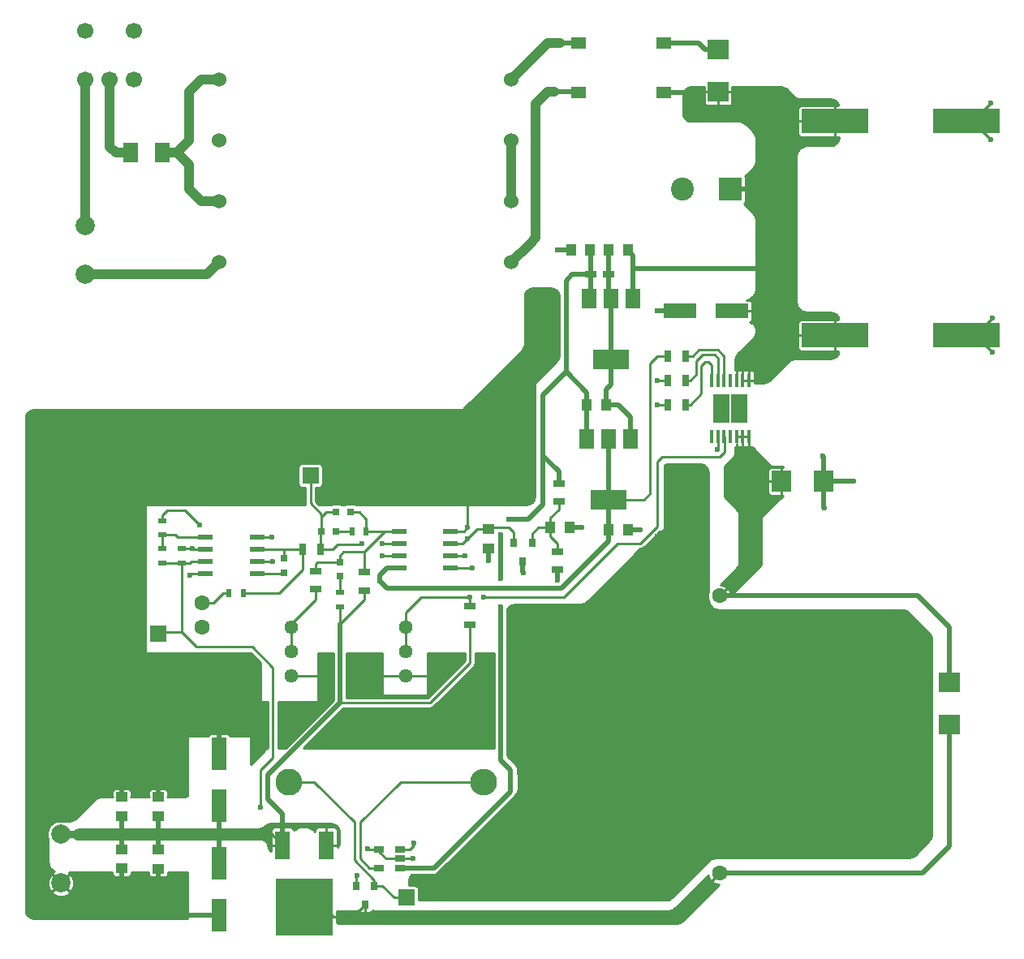
<source format=gtl>
G04 #@! TF.FileFunction,Copper,L1,Top,Signal*
%FSLAX46Y46*%
G04 Gerber Fmt 4.6, Leading zero omitted, Abs format (unit mm)*
G04 Created by KiCad (PCBNEW 4.0.7) date 04/11/19 03:01:07*
%MOMM*%
%LPD*%
G01*
G04 APERTURE LIST*
%ADD10C,0.100000*%
%ADD11C,1.600000*%
%ADD12R,7.000000X2.500000*%
%ADD13R,2.400000X2.400000*%
%ADD14C,2.400000*%
%ADD15R,3.500000X1.600000*%
%ADD16R,1.000000X1.250000*%
%ADD17R,1.600000X3.500000*%
%ADD18R,1.250000X1.000000*%
%ADD19R,0.800000X0.750000*%
%ADD20R,0.750000X0.800000*%
%ADD21R,1.200000X0.750000*%
%ADD22R,2.200000X2.100000*%
%ADD23R,1.600000X3.000000*%
%ADD24C,0.600000*%
%ADD25R,6.000000X6.000000*%
%ADD26R,2.100000X2.200000*%
%ADD27R,1.524000X2.032000*%
%ADD28C,2.000000*%
%ADD29R,0.800000X0.900000*%
%ADD30C,2.800000*%
%ADD31O,2.800000X2.800000*%
%ADD32R,1.300000X0.700000*%
%ADD33R,0.500000X0.900000*%
%ADD34R,0.900000X0.500000*%
%ADD35R,0.700000X1.300000*%
%ADD36C,1.440000*%
%ADD37C,1.700000*%
%ADD38C,1.524000*%
%ADD39R,1.500000X1.300000*%
%ADD40R,3.800000X2.000000*%
%ADD41R,1.500000X2.000000*%
%ADD42R,1.060000X0.650000*%
%ADD43R,1.550000X0.600000*%
%ADD44R,1.800000X1.500000*%
%ADD45R,0.450000X1.450000*%
%ADD46R,1.700000X1.700000*%
%ADD47C,0.500000*%
%ADD48C,0.250000*%
%ADD49C,1.000000*%
%ADD50C,0.750000*%
G04 APERTURE END LIST*
D10*
D11*
X118237000Y-85598000D03*
X118237000Y-114548000D03*
D12*
X130310000Y-36060000D03*
X144010000Y-36060000D03*
X130310000Y-58420000D03*
X144010000Y-58420000D03*
D13*
X119380000Y-43180000D03*
D14*
X114380000Y-43180000D03*
D15*
X119540000Y-55880000D03*
X114140000Y-55880000D03*
D16*
X104410000Y-65659000D03*
X106410000Y-65659000D03*
X106680000Y-78740000D03*
X108680000Y-78740000D03*
D17*
X66040000Y-113505000D03*
X66040000Y-118905000D03*
X66040000Y-107475000D03*
X66040000Y-102075000D03*
D18*
X59690000Y-112088333D03*
X59690000Y-114088333D03*
X59690000Y-108585000D03*
X59690000Y-106585000D03*
X55880000Y-112030000D03*
X55880000Y-114030000D03*
X55880000Y-108585000D03*
X55880000Y-106585000D03*
D19*
X78232000Y-78867000D03*
X76732000Y-78867000D03*
D20*
X78613000Y-83554000D03*
X78613000Y-82054000D03*
D19*
X79744000Y-76835000D03*
X78244000Y-76835000D03*
D16*
X108696000Y-49530000D03*
X106696000Y-49530000D03*
D21*
X104775000Y-52070000D03*
X106675000Y-52070000D03*
D16*
X104759000Y-49530000D03*
X102759000Y-49530000D03*
X100584000Y-78486000D03*
X102584000Y-78486000D03*
D18*
X94107000Y-78629000D03*
X94107000Y-80629000D03*
D11*
X64262000Y-86360000D03*
X64262000Y-88860000D03*
D20*
X72771000Y-81673000D03*
X72771000Y-83173000D03*
D22*
X118110000Y-33020000D03*
X118110000Y-28620000D03*
D23*
X77230000Y-111610000D03*
D24*
X73660000Y-119380000D03*
X76200000Y-119380000D03*
X76200000Y-116840000D03*
D25*
X74930000Y-118110000D03*
D24*
X73660000Y-116840000D03*
D23*
X72630000Y-111610000D03*
D22*
X142240000Y-94660000D03*
X142240000Y-99060000D03*
D26*
X124714000Y-73660000D03*
X129114000Y-73660000D03*
D27*
X56769000Y-39370000D03*
X60071000Y-39370000D03*
D28*
X52070000Y-46990000D03*
X52070000Y-52070000D03*
D29*
X82230000Y-115840000D03*
X80330000Y-115840000D03*
X81280000Y-117840000D03*
D30*
X73279000Y-105029000D03*
D31*
X93599000Y-105029000D03*
D32*
X81153000Y-83124000D03*
X81153000Y-85024000D03*
X76073000Y-82997000D03*
X76073000Y-84897000D03*
D33*
X79895000Y-78867000D03*
X81395000Y-78867000D03*
D34*
X78613000Y-85229000D03*
X78613000Y-86729000D03*
D32*
X101473000Y-73853000D03*
X101473000Y-75753000D03*
X101346000Y-80965000D03*
X101346000Y-82865000D03*
X92202000Y-88580000D03*
X92202000Y-86680000D03*
D35*
X112842000Y-60579000D03*
X114742000Y-60579000D03*
X74742000Y-80772000D03*
X76642000Y-80772000D03*
D33*
X67068000Y-85344000D03*
X68568000Y-85344000D03*
D34*
X62103000Y-80657000D03*
X62103000Y-82157000D03*
D35*
X112842001Y-63119000D03*
X114742001Y-63119000D03*
X112842001Y-65659000D03*
X114742001Y-65659000D03*
D34*
X60071000Y-77736000D03*
X60071000Y-79236000D03*
X60071000Y-80657000D03*
X60071000Y-82157000D03*
D36*
X85471000Y-88900000D03*
X85471000Y-91440000D03*
X85471000Y-93980000D03*
X73533000Y-88900000D03*
X73533000Y-91440000D03*
X73533000Y-93980000D03*
D37*
X52070000Y-26670000D03*
X57150000Y-26670000D03*
X52070000Y-31750000D03*
X54610000Y-31750000D03*
X57150000Y-31750000D03*
D38*
X66040000Y-31750000D03*
X66040000Y-38100000D03*
X66040000Y-44450000D03*
X66040000Y-50800000D03*
X96520000Y-31750000D03*
X96520000Y-38100000D03*
X96520000Y-44450000D03*
X96520000Y-50800000D03*
D39*
X103500000Y-33030000D03*
X112400000Y-33030000D03*
X112400000Y-27930000D03*
X103500000Y-27930000D03*
D40*
X106920000Y-60910000D03*
D41*
X106920000Y-54610000D03*
X104620000Y-54610000D03*
X109220000Y-54610000D03*
D42*
X84920000Y-113980000D03*
X84920000Y-113030000D03*
X84920000Y-112080000D03*
X82720000Y-112080000D03*
X82720000Y-113980000D03*
D29*
X98674000Y-80026000D03*
X96774000Y-80026000D03*
X97724000Y-82026000D03*
D43*
X90203000Y-82677000D03*
X90203000Y-81407000D03*
X90203000Y-80137000D03*
X90203000Y-78867000D03*
X84803000Y-78867000D03*
X84803000Y-80137000D03*
X84803000Y-81407000D03*
X84803000Y-82677000D03*
D44*
X120280000Y-66790000D03*
X120280000Y-65290000D03*
X118480000Y-65290000D03*
D45*
X117430000Y-68990000D03*
X118080000Y-68990000D03*
X118730000Y-68990000D03*
X119380000Y-68990000D03*
X120030000Y-68990000D03*
X120680000Y-68990000D03*
X121330000Y-68990000D03*
X121330000Y-63090000D03*
X120680000Y-63090000D03*
X120030000Y-63090000D03*
X119380000Y-63090000D03*
X118730000Y-63090000D03*
X118080000Y-63090000D03*
X117430000Y-63090000D03*
D44*
X118480000Y-66790000D03*
D40*
X106680000Y-75540000D03*
D41*
X106680000Y-69240000D03*
X104380000Y-69240000D03*
X108980000Y-69240000D03*
D43*
X70010000Y-83312000D03*
X70010000Y-82042000D03*
X70010000Y-80772000D03*
X70010000Y-79502000D03*
X64610000Y-79502000D03*
X64610000Y-80772000D03*
X64610000Y-82042000D03*
X64610000Y-83312000D03*
D28*
X49530000Y-110490000D03*
X49530000Y-115570000D03*
D46*
X75565000Y-73025000D03*
X59690000Y-89535000D03*
X85598000Y-117094000D03*
D24*
X95377000Y-86741000D03*
X95377000Y-83820000D03*
X95377000Y-79248000D03*
X96266000Y-77597000D03*
X98425000Y-53975000D03*
X98425000Y-55245000D03*
X98425000Y-56515000D03*
X98425000Y-59055000D03*
X98425000Y-57785000D03*
X62230000Y-117983000D03*
X62230000Y-116713000D03*
X76708000Y-75565000D03*
X129159000Y-76454000D03*
X129032000Y-70993000D03*
X132207000Y-73660000D03*
X64770000Y-99695000D03*
X63500000Y-99695000D03*
X62230000Y-99695000D03*
X62230000Y-100965000D03*
X62230000Y-102235000D03*
X62230000Y-103505000D03*
X48260000Y-107315000D03*
X49530000Y-107315000D03*
X50800000Y-107315000D03*
X52070000Y-107315000D03*
X53340000Y-106045000D03*
X54610000Y-104775000D03*
X57150000Y-104775000D03*
X58420000Y-104775000D03*
X62230000Y-104775000D03*
X60960000Y-104775000D03*
X62230000Y-115570000D03*
X60960000Y-115570000D03*
X52070000Y-115570000D03*
X53340000Y-115570000D03*
X54610000Y-115570000D03*
X57150000Y-115570000D03*
X58420000Y-115570000D03*
X86995000Y-114935000D03*
X88900000Y-114935000D03*
X90170000Y-113665000D03*
X91440000Y-112395000D03*
X92710000Y-111125000D03*
X93980000Y-109855000D03*
X95250000Y-108585000D03*
X96520000Y-107315000D03*
X97790000Y-106045000D03*
X97790000Y-104775000D03*
X97155000Y-102870000D03*
X97155000Y-100965000D03*
X97155000Y-99695000D03*
X97155000Y-98425000D03*
X97155000Y-97155000D03*
X97155000Y-95885000D03*
X97155000Y-94615000D03*
X97155000Y-93345000D03*
X97155000Y-92075000D03*
X97155000Y-90805000D03*
X97155000Y-89535000D03*
X97155000Y-88265000D03*
X97155000Y-86995000D03*
X98425000Y-86995000D03*
X99695000Y-86995000D03*
X100965000Y-86995000D03*
X102870000Y-86995000D03*
X104140000Y-86995000D03*
X105410000Y-85725000D03*
X106680000Y-84455000D03*
X107950000Y-83185000D03*
X109220000Y-81915000D03*
X110490000Y-80645000D03*
X116840000Y-79375000D03*
X116840000Y-78105000D03*
X116840000Y-76835000D03*
X116840000Y-75565000D03*
X116840000Y-74295000D03*
X116840000Y-73025000D03*
X115570000Y-73025000D03*
X114300000Y-73025000D03*
X113030000Y-73025000D03*
X113030000Y-74295000D03*
X113030000Y-75565000D03*
X113030000Y-76835000D03*
X113030000Y-78105000D03*
X111760000Y-79375000D03*
X90805000Y-92710000D03*
X89535000Y-93980000D03*
X88265000Y-95250000D03*
X81915000Y-95250000D03*
X80010000Y-95250000D03*
X80010000Y-93980000D03*
X80010000Y-92075000D03*
X77470000Y-92075000D03*
X77470000Y-93980000D03*
X77470000Y-95885000D03*
X76200000Y-97155000D03*
X74295000Y-97155000D03*
X72390000Y-97155000D03*
X70485000Y-97155000D03*
X69215000Y-95885000D03*
X69215000Y-93980000D03*
X69215000Y-92075000D03*
X67310000Y-92075000D03*
X65405000Y-92075000D03*
X63500000Y-92075000D03*
X61595000Y-92075000D03*
X59690000Y-92075000D03*
X57785000Y-92075000D03*
X57785000Y-90170000D03*
X57785000Y-88900000D03*
X57785000Y-86995000D03*
X57785000Y-85090000D03*
X57785000Y-83185000D03*
X57785000Y-81280000D03*
X57785000Y-79375000D03*
X57785000Y-77470000D03*
X57785000Y-75565000D03*
X59690000Y-75565000D03*
X60960000Y-75565000D03*
X62865000Y-75565000D03*
X64770000Y-75565000D03*
X66675000Y-75565000D03*
X68580000Y-75565000D03*
X70485000Y-75565000D03*
X72390000Y-75565000D03*
X74295000Y-75565000D03*
X78105000Y-75565000D03*
X80010000Y-75565000D03*
X81915000Y-75565000D03*
X83820000Y-75565000D03*
X85725000Y-75565000D03*
X87630000Y-75565000D03*
X89535000Y-75565000D03*
X91440000Y-75565000D03*
X93345000Y-75565000D03*
X95250000Y-75565000D03*
X96520000Y-74295000D03*
X97790000Y-73025000D03*
X97790000Y-71755000D03*
X97790000Y-70485000D03*
X97790000Y-69215000D03*
X97790000Y-67945000D03*
X97790000Y-66675000D03*
X97790000Y-65405000D03*
X97790000Y-64135000D03*
X97790000Y-62865000D03*
X97790000Y-61595000D03*
X97790000Y-60325000D03*
X93345000Y-92075000D03*
X92710000Y-93345000D03*
X91440000Y-94615000D03*
X90170000Y-95885000D03*
X88900000Y-97155000D03*
X87630000Y-98425000D03*
X86360000Y-98425000D03*
X85090000Y-98425000D03*
X83820000Y-98425000D03*
X82550000Y-98425000D03*
X81280000Y-98425000D03*
X80010000Y-98425000D03*
X78740000Y-98425000D03*
X77470000Y-99695000D03*
X76200000Y-100965000D03*
X111760000Y-55880000D03*
X146685000Y-60198000D03*
X146685000Y-56642000D03*
X146558000Y-37973000D03*
X146558000Y-34163000D03*
X66040000Y-99568000D03*
X80391000Y-114808000D03*
X81534000Y-112014000D03*
X86233000Y-113030000D03*
X71501000Y-79502000D03*
X117983000Y-70358000D03*
X91948000Y-78486000D03*
X101346000Y-49530000D03*
X114808000Y-27940000D03*
X111760000Y-63119000D03*
X111760000Y-65659000D03*
X94107000Y-81915000D03*
X97790000Y-83185000D03*
X101346000Y-83947000D03*
X103886000Y-78486000D03*
X109982000Y-78740000D03*
X59690000Y-104775000D03*
X55880000Y-104775000D03*
X59690000Y-115570000D03*
X55880000Y-115570000D03*
X62992000Y-83439000D03*
X82804000Y-84074000D03*
X80899000Y-80137000D03*
X83058000Y-81407000D03*
X64008000Y-78232000D03*
X71628000Y-82042000D03*
X83058000Y-80137000D03*
X91948000Y-79629000D03*
X63258000Y-80657000D03*
X86360000Y-111379000D03*
X70358000Y-107696000D03*
X93599000Y-85725000D03*
X92456000Y-82677000D03*
X91694000Y-81407000D03*
X92202000Y-85725000D03*
D47*
X112400000Y-33030000D02*
X115179000Y-33030000D01*
X109220000Y-51435000D02*
X109220000Y-50054000D01*
X109220000Y-54610000D02*
X109220000Y-51435000D01*
X109220000Y-51435000D02*
X122936000Y-51435000D01*
X109220000Y-50054000D02*
X108696000Y-49530000D01*
X119380000Y-43180000D02*
X121666000Y-43180000D01*
X96393000Y-106045000D02*
X88458000Y-113980000D01*
X88458000Y-113980000D02*
X84920000Y-113980000D01*
X96393000Y-103759000D02*
X96393000Y-106045000D01*
X95377000Y-102743000D02*
X96393000Y-103759000D01*
X95377000Y-86741000D02*
X95377000Y-102743000D01*
X95377000Y-79248000D02*
X95377000Y-83820000D01*
X98298000Y-77597000D02*
X96266000Y-77597000D01*
X98679000Y-77216000D02*
X98298000Y-77597000D01*
X104775000Y-52070000D02*
X104775000Y-54455000D01*
X104775000Y-54455000D02*
X104620000Y-54610000D01*
X104775000Y-52070000D02*
X102870000Y-52070000D01*
X102870000Y-52070000D02*
X102235000Y-52705000D01*
X102235000Y-52705000D02*
X102235000Y-62230000D01*
X99822000Y-64643000D02*
X99822000Y-70993000D01*
X99822000Y-70993000D02*
X99822000Y-76073000D01*
X101473000Y-73853000D02*
X101473000Y-72644000D01*
X101473000Y-72644000D02*
X99822000Y-70993000D01*
X99822000Y-76073000D02*
X98679000Y-77216000D01*
X99949000Y-64516000D02*
X99822000Y-64643000D01*
X102235000Y-62230000D02*
X99949000Y-64516000D01*
X104410000Y-65659000D02*
X104410000Y-69210000D01*
X104410000Y-69210000D02*
X104380000Y-69240000D01*
X102235000Y-62230000D02*
X104410000Y-64405000D01*
X104410000Y-64405000D02*
X104410000Y-65659000D01*
X104775000Y-52070000D02*
X104775000Y-49546000D01*
X104775000Y-49546000D02*
X104759000Y-49530000D01*
D48*
X98425000Y-53975000D02*
X98425000Y-55245000D01*
X98425000Y-56515000D02*
X98425000Y-57785000D01*
X98425000Y-59055000D02*
X97790000Y-59690000D01*
X97790000Y-59690000D02*
X97790000Y-60325000D01*
X62230000Y-115570000D02*
X62230000Y-116713000D01*
X78105000Y-75565000D02*
X76708000Y-75565000D01*
D47*
X129114000Y-73660000D02*
X129114000Y-76409000D01*
X129114000Y-76409000D02*
X129159000Y-76454000D01*
X129114000Y-73660000D02*
X129114000Y-71075000D01*
X129114000Y-71075000D02*
X129032000Y-70993000D01*
X129114000Y-73660000D02*
X132207000Y-73660000D01*
D48*
X63500000Y-99695000D02*
X64770000Y-99695000D01*
X62230000Y-100965000D02*
X62230000Y-99695000D01*
X62230000Y-103505000D02*
X62230000Y-102235000D01*
X49530000Y-107315000D02*
X48260000Y-107315000D01*
X52070000Y-107315000D02*
X50800000Y-107315000D01*
X54610000Y-104775000D02*
X53340000Y-106045000D01*
X55880000Y-104775000D02*
X54610000Y-104775000D01*
X58420000Y-104775000D02*
X57150000Y-104775000D01*
X60960000Y-104775000D02*
X62230000Y-104775000D01*
X60960000Y-115570000D02*
X62230000Y-115570000D01*
X53340000Y-115570000D02*
X52070000Y-115570000D01*
X55880000Y-115570000D02*
X54610000Y-115570000D01*
X57150000Y-115570000D02*
X55880000Y-115570000D01*
X59690000Y-115570000D02*
X58420000Y-115570000D01*
X90170000Y-113665000D02*
X88900000Y-114935000D01*
X92710000Y-111125000D02*
X91440000Y-112395000D01*
X95250000Y-108585000D02*
X93980000Y-109855000D01*
X97790000Y-106045000D02*
X96520000Y-107315000D01*
X97155000Y-102870000D02*
X97155000Y-104140000D01*
X97155000Y-104140000D02*
X97790000Y-104775000D01*
X97155000Y-99695000D02*
X97155000Y-100965000D01*
X97155000Y-97155000D02*
X97155000Y-98425000D01*
X97155000Y-94615000D02*
X97155000Y-95885000D01*
X97155000Y-92075000D02*
X97155000Y-93345000D01*
X97155000Y-89535000D02*
X97155000Y-90805000D01*
X97155000Y-86995000D02*
X97155000Y-88265000D01*
X99695000Y-86995000D02*
X98425000Y-86995000D01*
X102870000Y-86995000D02*
X100965000Y-86995000D01*
X105410000Y-85725000D02*
X104140000Y-86995000D01*
X107950000Y-83185000D02*
X106680000Y-84455000D01*
X110490000Y-80645000D02*
X109220000Y-81915000D01*
X116840000Y-78105000D02*
X116840000Y-79375000D01*
X116840000Y-75565000D02*
X116840000Y-76835000D01*
X116840000Y-73025000D02*
X116840000Y-74295000D01*
X114300000Y-73025000D02*
X115570000Y-73025000D01*
X113030000Y-74295000D02*
X113030000Y-73025000D01*
X113030000Y-76835000D02*
X113030000Y-75565000D01*
X111760000Y-79375000D02*
X113030000Y-78105000D01*
X88265000Y-95250000D02*
X89535000Y-93980000D01*
X80010000Y-95250000D02*
X81915000Y-95250000D01*
X80010000Y-92075000D02*
X80010000Y-93980000D01*
X77470000Y-93980000D02*
X77470000Y-92075000D01*
X76200000Y-97155000D02*
X77470000Y-95885000D01*
X72390000Y-97155000D02*
X74295000Y-97155000D01*
X69215000Y-95885000D02*
X70485000Y-97155000D01*
X69215000Y-92075000D02*
X69215000Y-93980000D01*
X65405000Y-92075000D02*
X67310000Y-92075000D01*
X61595000Y-92075000D02*
X63500000Y-92075000D01*
X57785000Y-92075000D02*
X59690000Y-92075000D01*
X57785000Y-88900000D02*
X57785000Y-90170000D01*
X57785000Y-85090000D02*
X57785000Y-86995000D01*
X57785000Y-81280000D02*
X57785000Y-83185000D01*
X57785000Y-77470000D02*
X57785000Y-79375000D01*
X59690000Y-75565000D02*
X57785000Y-75565000D01*
X62865000Y-75565000D02*
X60960000Y-75565000D01*
X66675000Y-75565000D02*
X64770000Y-75565000D01*
X70485000Y-75565000D02*
X68580000Y-75565000D01*
X74295000Y-75565000D02*
X72390000Y-75565000D01*
X81915000Y-75565000D02*
X80010000Y-75565000D01*
X85725000Y-75565000D02*
X83820000Y-75565000D01*
X89535000Y-75565000D02*
X87630000Y-75565000D01*
X93345000Y-75565000D02*
X91440000Y-75565000D01*
X96520000Y-74295000D02*
X95250000Y-75565000D01*
X97790000Y-71755000D02*
X97790000Y-73025000D01*
X97790000Y-69215000D02*
X97790000Y-70485000D01*
X97790000Y-66675000D02*
X97790000Y-67945000D01*
X97790000Y-64135000D02*
X97790000Y-65405000D01*
X97790000Y-61595000D02*
X97790000Y-62865000D01*
X73533000Y-93980000D02*
X76835000Y-93980000D01*
X85471000Y-93980000D02*
X89535000Y-93980000D01*
X85471000Y-93980000D02*
X81280000Y-93980000D01*
X91440000Y-94615000D02*
X92710000Y-93345000D01*
X88900000Y-97155000D02*
X90170000Y-95885000D01*
X86360000Y-98425000D02*
X87630000Y-98425000D01*
X83820000Y-98425000D02*
X85090000Y-98425000D01*
X81280000Y-98425000D02*
X82550000Y-98425000D01*
X80010000Y-98425000D02*
X81280000Y-98425000D01*
X77470000Y-99695000D02*
X78740000Y-98425000D01*
X76200000Y-100965000D02*
X77470000Y-99695000D01*
X91948000Y-75692000D02*
X92075000Y-75565000D01*
X91948000Y-78486000D02*
X91948000Y-75692000D01*
D47*
X66040000Y-118905000D02*
X61120000Y-118905000D01*
X114140000Y-55880000D02*
X111760000Y-55880000D01*
D48*
X144907000Y-58420000D02*
X146685000Y-60198000D01*
X144010000Y-58420000D02*
X144907000Y-58420000D01*
X144907000Y-58420000D02*
X146685000Y-56642000D01*
X144010000Y-36060000D02*
X144645000Y-36060000D01*
X144645000Y-36060000D02*
X146558000Y-37973000D01*
X144010000Y-36060000D02*
X144661000Y-36060000D01*
X144661000Y-36060000D02*
X146558000Y-34163000D01*
D47*
X66040000Y-102075000D02*
X66040000Y-99568000D01*
D48*
X80330000Y-115840000D02*
X80330000Y-114869000D01*
X80330000Y-114869000D02*
X80391000Y-114808000D01*
X82720000Y-112080000D02*
X81600000Y-112080000D01*
X81600000Y-112080000D02*
X81534000Y-112014000D01*
X84920000Y-113030000D02*
X86233000Y-113030000D01*
X82720000Y-112311000D02*
X83439000Y-113030000D01*
X83439000Y-113030000D02*
X84920000Y-113030000D01*
X82720000Y-112080000D02*
X82720000Y-112311000D01*
X70010000Y-79502000D02*
X71501000Y-79502000D01*
X118080000Y-68990000D02*
X118080000Y-70261000D01*
X118080000Y-70261000D02*
X117983000Y-70358000D01*
X90203000Y-78867000D02*
X91567000Y-78867000D01*
X91567000Y-78867000D02*
X91948000Y-78486000D01*
D47*
X102759000Y-49530000D02*
X101346000Y-49530000D01*
X114808000Y-27940000D02*
X116078000Y-27940000D01*
X116078000Y-27940000D02*
X116758000Y-28620000D01*
X116758000Y-28620000D02*
X118110000Y-28620000D01*
X112400000Y-27930000D02*
X114798000Y-27930000D01*
X114798000Y-27930000D02*
X114808000Y-27940000D01*
D48*
X112842001Y-63119000D02*
X111760000Y-63119000D01*
X112842001Y-65659000D02*
X111760000Y-65659000D01*
D47*
X106675000Y-52070000D02*
X106675000Y-54365000D01*
X106675000Y-54365000D02*
X106920000Y-54610000D01*
X94107000Y-80629000D02*
X94107000Y-81915000D01*
X97724000Y-82026000D02*
X97724000Y-83119000D01*
X97724000Y-83119000D02*
X97790000Y-83185000D01*
X101346000Y-82865000D02*
X101346000Y-83947000D01*
X102584000Y-78486000D02*
X103886000Y-78486000D01*
X108680000Y-78740000D02*
X109982000Y-78740000D01*
X59690000Y-106585000D02*
X59690000Y-104775000D01*
X55880000Y-106585000D02*
X55880000Y-104775000D01*
X59690000Y-114088333D02*
X59690000Y-115570000D01*
X55880000Y-114030000D02*
X55880000Y-115570000D01*
X107696000Y-65659000D02*
X108980000Y-66943000D01*
X108980000Y-66943000D02*
X108980000Y-69240000D01*
X106410000Y-65659000D02*
X107696000Y-65659000D01*
X106920000Y-63514000D02*
X106410000Y-64024000D01*
X106410000Y-64024000D02*
X106410000Y-65659000D01*
X106920000Y-60910000D02*
X106920000Y-63514000D01*
X106920000Y-54610000D02*
X106920000Y-60910000D01*
X106696000Y-49530000D02*
X106696000Y-52049000D01*
X106696000Y-52049000D02*
X106675000Y-52070000D01*
D48*
X62992000Y-83439000D02*
X63119000Y-83312000D01*
X63119000Y-83312000D02*
X64610000Y-83312000D01*
D47*
X106680000Y-78740000D02*
X106680000Y-79883000D01*
X82804000Y-84074000D02*
X82804000Y-83439000D01*
X106680000Y-79883000D02*
X101727000Y-84836000D01*
X101727000Y-84836000D02*
X83566000Y-84836000D01*
X83566000Y-84836000D02*
X82804000Y-84074000D01*
X82804000Y-83439000D02*
X83566000Y-82677000D01*
X83566000Y-82677000D02*
X84803000Y-82677000D01*
D48*
X106680000Y-75540000D02*
X110388000Y-75540000D01*
X110388000Y-75540000D02*
X110998000Y-74930000D01*
X110998000Y-74930000D02*
X110998000Y-61341000D01*
X110998000Y-61341000D02*
X111760000Y-60579000D01*
X111760000Y-60579000D02*
X112842000Y-60579000D01*
D47*
X106680000Y-75540000D02*
X106680000Y-78740000D01*
X106680000Y-69240000D02*
X106680000Y-75540000D01*
D48*
X78232000Y-78867000D02*
X79895000Y-78867000D01*
X76732000Y-77113000D02*
X75565000Y-75946000D01*
X75565000Y-75946000D02*
X75565000Y-73025000D01*
X76732000Y-77319000D02*
X76732000Y-77113000D01*
X76642000Y-80772000D02*
X76642000Y-78957000D01*
X76642000Y-78957000D02*
X76732000Y-78867000D01*
X78359000Y-80264000D02*
X77851000Y-80772000D01*
X77851000Y-80772000D02*
X76642000Y-80772000D01*
X80772000Y-80264000D02*
X78359000Y-80264000D01*
X80899000Y-80137000D02*
X80772000Y-80264000D01*
X77216000Y-76835000D02*
X76732000Y-77319000D01*
X76732000Y-77319000D02*
X76732000Y-78867000D01*
X78244000Y-76835000D02*
X77216000Y-76835000D01*
X84803000Y-81407000D02*
X83058000Y-81407000D01*
X78613000Y-83554000D02*
X78613000Y-85229000D01*
X76315000Y-82054000D02*
X76073000Y-82296000D01*
X76073000Y-82296000D02*
X76073000Y-82997000D01*
X78613000Y-82054000D02*
X76315000Y-82054000D01*
X81153000Y-81026000D02*
X78994000Y-81026000D01*
X78613000Y-81407000D02*
X78613000Y-82054000D01*
X78994000Y-81026000D02*
X78613000Y-81407000D01*
X81395000Y-77585000D02*
X80645000Y-76835000D01*
X80645000Y-76835000D02*
X79744000Y-76835000D01*
X81395000Y-78867000D02*
X81395000Y-77585000D01*
X81395000Y-78867000D02*
X83312000Y-78867000D01*
X81153000Y-81026000D02*
X81153000Y-83124000D01*
X83312000Y-78867000D02*
X81153000Y-81026000D01*
X84803000Y-78867000D02*
X83312000Y-78867000D01*
X60579000Y-76708000D02*
X60071000Y-77216000D01*
X60071000Y-77216000D02*
X60071000Y-77736000D01*
X62484000Y-76708000D02*
X60579000Y-76708000D01*
X64008000Y-78232000D02*
X62484000Y-76708000D01*
X71628000Y-82042000D02*
X70010000Y-82042000D01*
X90203000Y-80137000D02*
X91440000Y-80137000D01*
X91440000Y-80137000D02*
X91948000Y-79629000D01*
X83058000Y-80137000D02*
X84803000Y-80137000D01*
X92583000Y-78994000D02*
X91948000Y-79629000D01*
X92948000Y-78629000D02*
X92583000Y-78994000D01*
X94107000Y-78629000D02*
X92948000Y-78629000D01*
X96774000Y-80026000D02*
X96774000Y-78994000D01*
X96774000Y-78994000D02*
X96266000Y-78486000D01*
X96266000Y-78486000D02*
X94250000Y-78486000D01*
X94250000Y-78486000D02*
X94107000Y-78629000D01*
X66421000Y-85344000D02*
X65405000Y-86360000D01*
X65405000Y-86360000D02*
X64262000Y-86360000D01*
X67068000Y-85344000D02*
X66421000Y-85344000D01*
X63373000Y-80772000D02*
X63258000Y-80657000D01*
X63258000Y-80657000D02*
X62103000Y-80657000D01*
X64610000Y-80772000D02*
X63373000Y-80772000D01*
X74742000Y-82865000D02*
X72263000Y-85344000D01*
X72263000Y-85344000D02*
X68568000Y-85344000D01*
X74742000Y-80772000D02*
X74742000Y-82865000D01*
X70010000Y-80772000D02*
X72898000Y-80772000D01*
X72898000Y-80772000D02*
X74742000Y-80772000D01*
X72771000Y-81673000D02*
X72771000Y-80899000D01*
X72771000Y-80899000D02*
X72898000Y-80772000D01*
X70010000Y-83312000D02*
X72632000Y-83312000D01*
X72632000Y-83312000D02*
X72771000Y-83173000D01*
D49*
X54610000Y-38735000D02*
X55245000Y-39370000D01*
X55245000Y-39370000D02*
X56769000Y-39370000D01*
X54610000Y-31750000D02*
X54610000Y-38735000D01*
X52070000Y-46990000D02*
X52070000Y-31750000D01*
D48*
X66040000Y-110490000D02*
X71510000Y-110490000D01*
X71510000Y-110490000D02*
X72630000Y-111610000D01*
X59690000Y-110490000D02*
X66040000Y-110490000D01*
X59690000Y-110490000D02*
X55880000Y-110490000D01*
X55880000Y-110490000D02*
X52070000Y-110490000D01*
X52070000Y-110490000D02*
X49530000Y-110490000D01*
X88011000Y-96774000D02*
X92202000Y-92583000D01*
X92202000Y-92583000D02*
X92202000Y-88580000D01*
X78613000Y-96774000D02*
X88011000Y-96774000D01*
D47*
X72630000Y-111610000D02*
X72630000Y-108317000D01*
X71120000Y-104267000D02*
X78613000Y-96774000D01*
X71120000Y-106807000D02*
X71120000Y-104267000D01*
X72630000Y-108317000D02*
X71120000Y-106807000D01*
X78613000Y-96774000D02*
X78613000Y-88519000D01*
D48*
X78613000Y-88519000D02*
X78613000Y-86729000D01*
X81153000Y-85979000D02*
X78613000Y-88519000D01*
X81153000Y-85024000D02*
X81153000Y-85979000D01*
D47*
X59690000Y-108585000D02*
X59690000Y-110490000D01*
X59690000Y-110490000D02*
X59690000Y-112088333D01*
X55880000Y-112030000D02*
X55880000Y-108585000D01*
D50*
X49530000Y-110490000D02*
X52070000Y-110490000D01*
D47*
X66040000Y-107475000D02*
X66040000Y-110490000D01*
X66040000Y-110490000D02*
X66040000Y-112870000D01*
X142240000Y-94660000D02*
X142240000Y-88900000D01*
X142240000Y-88900000D02*
X138938000Y-85598000D01*
X138938000Y-85598000D02*
X118237000Y-85598000D01*
D48*
X80772000Y-109220000D02*
X84963000Y-105029000D01*
X84963000Y-105029000D02*
X93599000Y-105029000D01*
X80772000Y-113030000D02*
X80772000Y-109220000D01*
X81722000Y-113980000D02*
X80772000Y-113030000D01*
X82720000Y-113980000D02*
X81722000Y-113980000D01*
X73533000Y-88519000D02*
X76073000Y-85979000D01*
X76073000Y-85979000D02*
X76073000Y-84897000D01*
X73533000Y-88900000D02*
X73533000Y-88519000D01*
X73533000Y-91440000D02*
X73533000Y-88900000D01*
X118110000Y-59944000D02*
X118730000Y-60564000D01*
X118730000Y-60564000D02*
X118730000Y-63090000D01*
X116078000Y-59944000D02*
X118110000Y-59944000D01*
X115443000Y-60579000D02*
X116078000Y-59944000D01*
X114742000Y-60579000D02*
X115443000Y-60579000D01*
X62103000Y-89408000D02*
X59817000Y-89408000D01*
X59817000Y-89408000D02*
X59690000Y-89535000D01*
X86360000Y-111633000D02*
X85913000Y-112080000D01*
X85913000Y-112080000D02*
X84920000Y-112080000D01*
X86360000Y-111379000D02*
X86360000Y-111633000D01*
X71628000Y-102489000D02*
X70358000Y-103759000D01*
X70358000Y-103759000D02*
X70358000Y-107696000D01*
X71628000Y-101981000D02*
X71628000Y-102489000D01*
X71628000Y-101981000D02*
X71628000Y-93091000D01*
X71628000Y-93091000D02*
X69469000Y-90932000D01*
X62103000Y-89408000D02*
X62103000Y-82157000D01*
X69469000Y-90932000D02*
X63627000Y-90932000D01*
X63627000Y-90932000D02*
X62103000Y-89408000D01*
X62103000Y-82157000D02*
X60071000Y-82157000D01*
X64610000Y-82042000D02*
X63119000Y-82042000D01*
X63119000Y-82042000D02*
X63004000Y-82157000D01*
X63004000Y-82157000D02*
X62103000Y-82157000D01*
X64610000Y-79502000D02*
X61722000Y-79502000D01*
X61722000Y-79502000D02*
X61456000Y-79236000D01*
X61456000Y-79236000D02*
X60071000Y-79236000D01*
X60071000Y-79236000D02*
X60071000Y-80657000D01*
X60071000Y-79236000D02*
X60186000Y-79236000D01*
D49*
X96520000Y-38100000D02*
X96520000Y-44450000D01*
D48*
X93599000Y-85725000D02*
X101981000Y-85725000D01*
X101981000Y-85725000D02*
X107569000Y-80137000D01*
X107569000Y-80137000D02*
X109982000Y-80137000D01*
X118745000Y-70612000D02*
X118745000Y-69005000D01*
X109982000Y-80137000D02*
X111760000Y-78359000D01*
X111760000Y-78359000D02*
X111760000Y-71628000D01*
X111760000Y-71628000D02*
X112268000Y-71120000D01*
X112268000Y-71120000D02*
X118237000Y-71120000D01*
X118745000Y-69005000D02*
X118730000Y-68990000D01*
X118237000Y-71120000D02*
X118745000Y-70612000D01*
X90203000Y-82677000D02*
X92456000Y-82677000D01*
X100584000Y-79375000D02*
X101346000Y-80137000D01*
X101346000Y-80137000D02*
X101346000Y-80965000D01*
X100584000Y-78486000D02*
X100584000Y-79375000D01*
X101473000Y-76581000D02*
X100584000Y-77470000D01*
X100584000Y-77470000D02*
X100584000Y-78486000D01*
X101473000Y-75753000D02*
X101473000Y-76581000D01*
X98674000Y-79126000D02*
X99314000Y-78486000D01*
X98674000Y-80026000D02*
X98674000Y-79126000D01*
X99314000Y-78486000D02*
X100584000Y-78486000D01*
X77978000Y-119126000D02*
X79994000Y-119126000D01*
X79994000Y-119126000D02*
X81280000Y-117840000D01*
X76962000Y-118110000D02*
X77978000Y-119126000D01*
X74930000Y-118110000D02*
X76962000Y-118110000D01*
D47*
X139452000Y-114548000D02*
X142240000Y-111760000D01*
X142240000Y-111760000D02*
X142240000Y-99060000D01*
X118237000Y-114548000D02*
X139452000Y-114548000D01*
D49*
X61595000Y-39370000D02*
X62865000Y-40640000D01*
X62865000Y-40640000D02*
X62865000Y-43180000D01*
X62865000Y-43180000D02*
X64135000Y-44450000D01*
X64135000Y-44450000D02*
X66040000Y-44450000D01*
X62865000Y-33020000D02*
X64135000Y-31750000D01*
X64135000Y-31750000D02*
X66040000Y-31750000D01*
X62865000Y-38100000D02*
X62865000Y-33020000D01*
X61595000Y-39370000D02*
X62865000Y-38100000D01*
X60071000Y-39370000D02*
X61595000Y-39370000D01*
X52070000Y-52070000D02*
X64770000Y-52070000D01*
X64770000Y-52070000D02*
X66040000Y-50800000D01*
D48*
X85598000Y-117094000D02*
X84328000Y-117094000D01*
X84328000Y-117094000D02*
X83074000Y-115840000D01*
X82230000Y-115840000D02*
X83074000Y-115840000D01*
X80137000Y-109220000D02*
X75946000Y-105029000D01*
X75946000Y-105029000D02*
X73279000Y-105029000D01*
X80137000Y-113157000D02*
X80137000Y-109220000D01*
X82230000Y-115250000D02*
X80137000Y-113157000D01*
X82230000Y-115840000D02*
X82230000Y-115250000D01*
X85471000Y-87376000D02*
X87122000Y-85725000D01*
X87122000Y-85725000D02*
X92202000Y-85725000D01*
X85471000Y-88900000D02*
X85471000Y-87376000D01*
X85471000Y-91440000D02*
X85471000Y-88900000D01*
X92202000Y-85725000D02*
X92202000Y-86680000D01*
X90203000Y-81407000D02*
X91694000Y-81407000D01*
X117729000Y-60452000D02*
X118080000Y-60803000D01*
X118080000Y-60803000D02*
X118080000Y-63090000D01*
X116459000Y-60452000D02*
X117729000Y-60452000D01*
X115824000Y-61087000D02*
X116459000Y-60452000D01*
X115824000Y-62484000D02*
X115824000Y-61087000D01*
X115189000Y-63119000D02*
X115824000Y-62484000D01*
X114742001Y-63119000D02*
X115189000Y-63119000D01*
X117094000Y-61214000D02*
X117430000Y-61550000D01*
X117430000Y-61550000D02*
X117430000Y-63090000D01*
X116713000Y-61214000D02*
X117094000Y-61214000D01*
X116332000Y-61595000D02*
X116713000Y-61214000D01*
X116332000Y-64516000D02*
X116332000Y-61595000D01*
X115189000Y-65659000D02*
X116332000Y-64516000D01*
X114742001Y-65659000D02*
X115189000Y-65659000D01*
D49*
X101600000Y-27940000D02*
X100330000Y-27940000D01*
X100330000Y-27940000D02*
X96520000Y-31750000D01*
X101610000Y-27930000D02*
X101600000Y-27940000D01*
D47*
X103500000Y-27930000D02*
X101610000Y-27930000D01*
X100965000Y-33020000D02*
X103490000Y-33020000D01*
X103490000Y-33020000D02*
X103500000Y-33030000D01*
D49*
X100330000Y-33020000D02*
X100965000Y-33020000D01*
X99060000Y-34290000D02*
X100330000Y-33020000D01*
X99060000Y-48260000D02*
X99060000Y-34290000D01*
X98425000Y-48895000D02*
X99060000Y-48260000D01*
X96520000Y-50800000D02*
X98425000Y-48895000D01*
D48*
G36*
X116634000Y-32925500D02*
X116728000Y-33019500D01*
X118109500Y-33019500D01*
X118109500Y-32999500D01*
X118110500Y-32999500D01*
X118110500Y-33019500D01*
X119492000Y-33019500D01*
X119586000Y-32925500D01*
X119586000Y-32510000D01*
X124672590Y-32510000D01*
X124906974Y-32540857D01*
X125117748Y-32628163D01*
X125305300Y-32772076D01*
X125983719Y-33450495D01*
X125996012Y-33461276D01*
X126203119Y-33620194D01*
X126231378Y-33636510D01*
X126472559Y-33736411D01*
X126504079Y-33744857D01*
X126762898Y-33778931D01*
X126779214Y-33780000D01*
X129797690Y-33780000D01*
X130143910Y-33848867D01*
X130426987Y-34038013D01*
X130616133Y-34321090D01*
X130638592Y-34434000D01*
X130404500Y-34434000D01*
X130310500Y-34528000D01*
X130310500Y-36059500D01*
X130330500Y-36059500D01*
X130330500Y-36060500D01*
X130310500Y-36060500D01*
X130310500Y-37592000D01*
X130404500Y-37686000D01*
X130685000Y-37686000D01*
X130685000Y-37722690D01*
X130616133Y-38068910D01*
X130426987Y-38351987D01*
X130143910Y-38541133D01*
X129797690Y-38610000D01*
X127365000Y-38610000D01*
X127340614Y-38612402D01*
X126957931Y-38688522D01*
X126912871Y-38707186D01*
X126588447Y-38923959D01*
X126553959Y-38958447D01*
X126337186Y-39282871D01*
X126318522Y-39327931D01*
X126242402Y-39710614D01*
X126240000Y-39735000D01*
X126240000Y-54880000D01*
X126242402Y-54904386D01*
X126318522Y-55287069D01*
X126337186Y-55332129D01*
X126553959Y-55656553D01*
X126588447Y-55691041D01*
X126912871Y-55907814D01*
X126957931Y-55926478D01*
X127340614Y-56002598D01*
X127365000Y-56005000D01*
X129797690Y-56005000D01*
X130143910Y-56073867D01*
X130426987Y-56263013D01*
X130616133Y-56546090D01*
X130665445Y-56794000D01*
X130404500Y-56794000D01*
X130310500Y-56888000D01*
X130310500Y-58419500D01*
X130330500Y-58419500D01*
X130330500Y-58420500D01*
X130310500Y-58420500D01*
X130310500Y-59952000D01*
X130404500Y-60046000D01*
X130665445Y-60046000D01*
X130616133Y-60293910D01*
X130426987Y-60576987D01*
X130143910Y-60766133D01*
X129797690Y-60835000D01*
X126144214Y-60835000D01*
X126119828Y-60837402D01*
X125737144Y-60913522D01*
X125692084Y-60932186D01*
X125367661Y-61148959D01*
X125348719Y-61164505D01*
X123403213Y-63110011D01*
X123109697Y-63306133D01*
X122763476Y-63375000D01*
X121931000Y-63375000D01*
X121931000Y-63184500D01*
X121837000Y-63090500D01*
X121330500Y-63090500D01*
X121330500Y-63110500D01*
X121329500Y-63110500D01*
X121329500Y-63090500D01*
X120680500Y-63090500D01*
X120680500Y-63110500D01*
X120679500Y-63110500D01*
X120679500Y-63090500D01*
X120659500Y-63090500D01*
X120659500Y-63089500D01*
X120679500Y-63089500D01*
X120679500Y-62083000D01*
X120680500Y-62083000D01*
X120680500Y-63089500D01*
X121329500Y-63089500D01*
X121329500Y-62083000D01*
X121330500Y-62083000D01*
X121330500Y-63089500D01*
X121837000Y-63089500D01*
X121931000Y-62995500D01*
X121931000Y-62290209D01*
X121873757Y-62152013D01*
X121767987Y-62046243D01*
X121629791Y-61989000D01*
X121424500Y-61989000D01*
X121330500Y-62083000D01*
X121329500Y-62083000D01*
X121235500Y-61989000D01*
X121030209Y-61989000D01*
X121005000Y-61999442D01*
X120979791Y-61989000D01*
X120774500Y-61989000D01*
X120680500Y-62083000D01*
X120679500Y-62083000D01*
X120585500Y-61989000D01*
X120380209Y-61989000D01*
X120355000Y-61999442D01*
X120329791Y-61989000D01*
X120124500Y-61989000D01*
X120030500Y-62083000D01*
X120030500Y-62323409D01*
X120029500Y-62318094D01*
X120029500Y-62083000D01*
X119935500Y-61989000D01*
X119886000Y-61989000D01*
X119886000Y-61005524D01*
X119954867Y-60659303D01*
X120150989Y-60365787D01*
X121715495Y-58801281D01*
X121731041Y-58782339D01*
X121910005Y-58514500D01*
X126434000Y-58514500D01*
X126434000Y-59744791D01*
X126491243Y-59882987D01*
X126597013Y-59988757D01*
X126735209Y-60046000D01*
X130215500Y-60046000D01*
X130309500Y-59952000D01*
X130309500Y-58420500D01*
X126528000Y-58420500D01*
X126434000Y-58514500D01*
X121910005Y-58514500D01*
X121947814Y-58457916D01*
X121966478Y-58412856D01*
X122042598Y-58030172D01*
X122045000Y-58005786D01*
X122045000Y-57785000D01*
X122042598Y-57760614D01*
X121994262Y-57517610D01*
X121975598Y-57472550D01*
X121837947Y-57266541D01*
X121803459Y-57232053D01*
X121598658Y-57095209D01*
X126434000Y-57095209D01*
X126434000Y-58325500D01*
X126528000Y-58419500D01*
X130309500Y-58419500D01*
X130309500Y-56888000D01*
X130215500Y-56794000D01*
X126735209Y-56794000D01*
X126597013Y-56851243D01*
X126491243Y-56957013D01*
X126434000Y-57095209D01*
X121598658Y-57095209D01*
X121597450Y-57094402D01*
X121552390Y-57075738D01*
X121393459Y-57044125D01*
X121502987Y-56998757D01*
X121608757Y-56892987D01*
X121666000Y-56754791D01*
X121666000Y-55974500D01*
X121572000Y-55880500D01*
X119540500Y-55880500D01*
X119540500Y-55900500D01*
X119539500Y-55900500D01*
X119539500Y-55880500D01*
X119519500Y-55880500D01*
X119519500Y-55879500D01*
X119539500Y-55879500D01*
X119539500Y-55859500D01*
X119540500Y-55859500D01*
X119540500Y-55879500D01*
X121572000Y-55879500D01*
X121666000Y-55785500D01*
X121666000Y-55005209D01*
X121608757Y-54867013D01*
X121502987Y-54761243D01*
X121364791Y-54704000D01*
X121088159Y-54704000D01*
X121327069Y-54656478D01*
X121372129Y-54637814D01*
X121696553Y-54421041D01*
X121731041Y-54386553D01*
X121947814Y-54062129D01*
X121966478Y-54017069D01*
X122042598Y-53634386D01*
X122045000Y-53610000D01*
X122045000Y-46388214D01*
X122042598Y-46363828D01*
X121966478Y-45981144D01*
X121947814Y-45936084D01*
X121731041Y-45611661D01*
X121715495Y-45592719D01*
X120807260Y-44684484D01*
X120898757Y-44592987D01*
X120956000Y-44454791D01*
X120956000Y-43274500D01*
X120862000Y-43180500D01*
X120521000Y-43180500D01*
X120521000Y-43179500D01*
X120862000Y-43179500D01*
X120956000Y-43085500D01*
X120956000Y-41905209D01*
X120919554Y-41817222D01*
X121715495Y-41021281D01*
X121731041Y-41002339D01*
X121947814Y-40677916D01*
X121966478Y-40632856D01*
X122042598Y-40250172D01*
X122045000Y-40225786D01*
X122045000Y-37879214D01*
X122042598Y-37854828D01*
X121966478Y-37472144D01*
X121947814Y-37427084D01*
X121731041Y-37102661D01*
X121715495Y-37083719D01*
X121031281Y-36399505D01*
X121012339Y-36383959D01*
X120687916Y-36167186D01*
X120657289Y-36154500D01*
X126434000Y-36154500D01*
X126434000Y-37384791D01*
X126491243Y-37522987D01*
X126597013Y-37628757D01*
X126735209Y-37686000D01*
X130215500Y-37686000D01*
X130309500Y-37592000D01*
X130309500Y-36060500D01*
X126528000Y-36060500D01*
X126434000Y-36154500D01*
X120657289Y-36154500D01*
X120642856Y-36148522D01*
X120260172Y-36072402D01*
X120235786Y-36070000D01*
X115312310Y-36070000D01*
X114966090Y-36001133D01*
X114683013Y-35811987D01*
X114493867Y-35528910D01*
X114425000Y-35182690D01*
X114425000Y-34735209D01*
X126434000Y-34735209D01*
X126434000Y-35965500D01*
X126528000Y-36059500D01*
X130309500Y-36059500D01*
X130309500Y-34528000D01*
X130215500Y-34434000D01*
X126735209Y-34434000D01*
X126597013Y-34491243D01*
X126491243Y-34597013D01*
X126434000Y-34735209D01*
X114425000Y-34735209D01*
X114425000Y-33397310D01*
X114481254Y-33114500D01*
X116634000Y-33114500D01*
X116634000Y-34144791D01*
X116691243Y-34282987D01*
X116797013Y-34388757D01*
X116935209Y-34446000D01*
X118015500Y-34446000D01*
X118109500Y-34352000D01*
X118109500Y-33020500D01*
X118110500Y-33020500D01*
X118110500Y-34352000D01*
X118204500Y-34446000D01*
X119284791Y-34446000D01*
X119422987Y-34388757D01*
X119528757Y-34282987D01*
X119586000Y-34144791D01*
X119586000Y-33114500D01*
X119492000Y-33020500D01*
X118110500Y-33020500D01*
X118109500Y-33020500D01*
X116728000Y-33020500D01*
X116634000Y-33114500D01*
X114481254Y-33114500D01*
X114493867Y-33051090D01*
X114683013Y-32768013D01*
X114966090Y-32578867D01*
X115312310Y-32510000D01*
X116634000Y-32510000D01*
X116634000Y-32925500D01*
X116634000Y-32925500D01*
G37*
X116634000Y-32925500D02*
X116728000Y-33019500D01*
X118109500Y-33019500D01*
X118109500Y-32999500D01*
X118110500Y-32999500D01*
X118110500Y-33019500D01*
X119492000Y-33019500D01*
X119586000Y-32925500D01*
X119586000Y-32510000D01*
X124672590Y-32510000D01*
X124906974Y-32540857D01*
X125117748Y-32628163D01*
X125305300Y-32772076D01*
X125983719Y-33450495D01*
X125996012Y-33461276D01*
X126203119Y-33620194D01*
X126231378Y-33636510D01*
X126472559Y-33736411D01*
X126504079Y-33744857D01*
X126762898Y-33778931D01*
X126779214Y-33780000D01*
X129797690Y-33780000D01*
X130143910Y-33848867D01*
X130426987Y-34038013D01*
X130616133Y-34321090D01*
X130638592Y-34434000D01*
X130404500Y-34434000D01*
X130310500Y-34528000D01*
X130310500Y-36059500D01*
X130330500Y-36059500D01*
X130330500Y-36060500D01*
X130310500Y-36060500D01*
X130310500Y-37592000D01*
X130404500Y-37686000D01*
X130685000Y-37686000D01*
X130685000Y-37722690D01*
X130616133Y-38068910D01*
X130426987Y-38351987D01*
X130143910Y-38541133D01*
X129797690Y-38610000D01*
X127365000Y-38610000D01*
X127340614Y-38612402D01*
X126957931Y-38688522D01*
X126912871Y-38707186D01*
X126588447Y-38923959D01*
X126553959Y-38958447D01*
X126337186Y-39282871D01*
X126318522Y-39327931D01*
X126242402Y-39710614D01*
X126240000Y-39735000D01*
X126240000Y-54880000D01*
X126242402Y-54904386D01*
X126318522Y-55287069D01*
X126337186Y-55332129D01*
X126553959Y-55656553D01*
X126588447Y-55691041D01*
X126912871Y-55907814D01*
X126957931Y-55926478D01*
X127340614Y-56002598D01*
X127365000Y-56005000D01*
X129797690Y-56005000D01*
X130143910Y-56073867D01*
X130426987Y-56263013D01*
X130616133Y-56546090D01*
X130665445Y-56794000D01*
X130404500Y-56794000D01*
X130310500Y-56888000D01*
X130310500Y-58419500D01*
X130330500Y-58419500D01*
X130330500Y-58420500D01*
X130310500Y-58420500D01*
X130310500Y-59952000D01*
X130404500Y-60046000D01*
X130665445Y-60046000D01*
X130616133Y-60293910D01*
X130426987Y-60576987D01*
X130143910Y-60766133D01*
X129797690Y-60835000D01*
X126144214Y-60835000D01*
X126119828Y-60837402D01*
X125737144Y-60913522D01*
X125692084Y-60932186D01*
X125367661Y-61148959D01*
X125348719Y-61164505D01*
X123403213Y-63110011D01*
X123109697Y-63306133D01*
X122763476Y-63375000D01*
X121931000Y-63375000D01*
X121931000Y-63184500D01*
X121837000Y-63090500D01*
X121330500Y-63090500D01*
X121330500Y-63110500D01*
X121329500Y-63110500D01*
X121329500Y-63090500D01*
X120680500Y-63090500D01*
X120680500Y-63110500D01*
X120679500Y-63110500D01*
X120679500Y-63090500D01*
X120659500Y-63090500D01*
X120659500Y-63089500D01*
X120679500Y-63089500D01*
X120679500Y-62083000D01*
X120680500Y-62083000D01*
X120680500Y-63089500D01*
X121329500Y-63089500D01*
X121329500Y-62083000D01*
X121330500Y-62083000D01*
X121330500Y-63089500D01*
X121837000Y-63089500D01*
X121931000Y-62995500D01*
X121931000Y-62290209D01*
X121873757Y-62152013D01*
X121767987Y-62046243D01*
X121629791Y-61989000D01*
X121424500Y-61989000D01*
X121330500Y-62083000D01*
X121329500Y-62083000D01*
X121235500Y-61989000D01*
X121030209Y-61989000D01*
X121005000Y-61999442D01*
X120979791Y-61989000D01*
X120774500Y-61989000D01*
X120680500Y-62083000D01*
X120679500Y-62083000D01*
X120585500Y-61989000D01*
X120380209Y-61989000D01*
X120355000Y-61999442D01*
X120329791Y-61989000D01*
X120124500Y-61989000D01*
X120030500Y-62083000D01*
X120030500Y-62323409D01*
X120029500Y-62318094D01*
X120029500Y-62083000D01*
X119935500Y-61989000D01*
X119886000Y-61989000D01*
X119886000Y-61005524D01*
X119954867Y-60659303D01*
X120150989Y-60365787D01*
X121715495Y-58801281D01*
X121731041Y-58782339D01*
X121910005Y-58514500D01*
X126434000Y-58514500D01*
X126434000Y-59744791D01*
X126491243Y-59882987D01*
X126597013Y-59988757D01*
X126735209Y-60046000D01*
X130215500Y-60046000D01*
X130309500Y-59952000D01*
X130309500Y-58420500D01*
X126528000Y-58420500D01*
X126434000Y-58514500D01*
X121910005Y-58514500D01*
X121947814Y-58457916D01*
X121966478Y-58412856D01*
X122042598Y-58030172D01*
X122045000Y-58005786D01*
X122045000Y-57785000D01*
X122042598Y-57760614D01*
X121994262Y-57517610D01*
X121975598Y-57472550D01*
X121837947Y-57266541D01*
X121803459Y-57232053D01*
X121598658Y-57095209D01*
X126434000Y-57095209D01*
X126434000Y-58325500D01*
X126528000Y-58419500D01*
X130309500Y-58419500D01*
X130309500Y-56888000D01*
X130215500Y-56794000D01*
X126735209Y-56794000D01*
X126597013Y-56851243D01*
X126491243Y-56957013D01*
X126434000Y-57095209D01*
X121598658Y-57095209D01*
X121597450Y-57094402D01*
X121552390Y-57075738D01*
X121393459Y-57044125D01*
X121502987Y-56998757D01*
X121608757Y-56892987D01*
X121666000Y-56754791D01*
X121666000Y-55974500D01*
X121572000Y-55880500D01*
X119540500Y-55880500D01*
X119540500Y-55900500D01*
X119539500Y-55900500D01*
X119539500Y-55880500D01*
X119519500Y-55880500D01*
X119519500Y-55879500D01*
X119539500Y-55879500D01*
X119539500Y-55859500D01*
X119540500Y-55859500D01*
X119540500Y-55879500D01*
X121572000Y-55879500D01*
X121666000Y-55785500D01*
X121666000Y-55005209D01*
X121608757Y-54867013D01*
X121502987Y-54761243D01*
X121364791Y-54704000D01*
X121088159Y-54704000D01*
X121327069Y-54656478D01*
X121372129Y-54637814D01*
X121696553Y-54421041D01*
X121731041Y-54386553D01*
X121947814Y-54062129D01*
X121966478Y-54017069D01*
X122042598Y-53634386D01*
X122045000Y-53610000D01*
X122045000Y-46388214D01*
X122042598Y-46363828D01*
X121966478Y-45981144D01*
X121947814Y-45936084D01*
X121731041Y-45611661D01*
X121715495Y-45592719D01*
X120807260Y-44684484D01*
X120898757Y-44592987D01*
X120956000Y-44454791D01*
X120956000Y-43274500D01*
X120862000Y-43180500D01*
X120521000Y-43180500D01*
X120521000Y-43179500D01*
X120862000Y-43179500D01*
X120956000Y-43085500D01*
X120956000Y-41905209D01*
X120919554Y-41817222D01*
X121715495Y-41021281D01*
X121731041Y-41002339D01*
X121947814Y-40677916D01*
X121966478Y-40632856D01*
X122042598Y-40250172D01*
X122045000Y-40225786D01*
X122045000Y-37879214D01*
X122042598Y-37854828D01*
X121966478Y-37472144D01*
X121947814Y-37427084D01*
X121731041Y-37102661D01*
X121715495Y-37083719D01*
X121031281Y-36399505D01*
X121012339Y-36383959D01*
X120687916Y-36167186D01*
X120657289Y-36154500D01*
X126434000Y-36154500D01*
X126434000Y-37384791D01*
X126491243Y-37522987D01*
X126597013Y-37628757D01*
X126735209Y-37686000D01*
X130215500Y-37686000D01*
X130309500Y-37592000D01*
X130309500Y-36060500D01*
X126528000Y-36060500D01*
X126434000Y-36154500D01*
X120657289Y-36154500D01*
X120642856Y-36148522D01*
X120260172Y-36072402D01*
X120235786Y-36070000D01*
X115312310Y-36070000D01*
X114966090Y-36001133D01*
X114683013Y-35811987D01*
X114493867Y-35528910D01*
X114425000Y-35182690D01*
X114425000Y-34735209D01*
X126434000Y-34735209D01*
X126434000Y-35965500D01*
X126528000Y-36059500D01*
X130309500Y-36059500D01*
X130309500Y-34528000D01*
X130215500Y-34434000D01*
X126735209Y-34434000D01*
X126597013Y-34491243D01*
X126491243Y-34597013D01*
X126434000Y-34735209D01*
X114425000Y-34735209D01*
X114425000Y-33397310D01*
X114481254Y-33114500D01*
X116634000Y-33114500D01*
X116634000Y-34144791D01*
X116691243Y-34282987D01*
X116797013Y-34388757D01*
X116935209Y-34446000D01*
X118015500Y-34446000D01*
X118109500Y-34352000D01*
X118109500Y-33020500D01*
X118110500Y-33020500D01*
X118110500Y-34352000D01*
X118204500Y-34446000D01*
X119284791Y-34446000D01*
X119422987Y-34388757D01*
X119528757Y-34282987D01*
X119586000Y-34144791D01*
X119586000Y-33114500D01*
X119492000Y-33020500D01*
X118110500Y-33020500D01*
X118109500Y-33020500D01*
X116728000Y-33020500D01*
X116634000Y-33114500D01*
X114481254Y-33114500D01*
X114493867Y-33051090D01*
X114683013Y-32768013D01*
X114966090Y-32578867D01*
X115312310Y-32510000D01*
X116634000Y-32510000D01*
X116634000Y-32925500D01*
G36*
X78014475Y-109413867D02*
X78297552Y-109603013D01*
X78486698Y-109886090D01*
X78555565Y-110232310D01*
X78555565Y-111382690D01*
X78486698Y-111728910D01*
X78406000Y-111849683D01*
X78406000Y-111704500D01*
X78312000Y-111610500D01*
X77230500Y-111610500D01*
X77230500Y-111630500D01*
X77229500Y-111630500D01*
X77229500Y-111610500D01*
X77209500Y-111610500D01*
X77209500Y-111609500D01*
X77229500Y-111609500D01*
X77229500Y-109828000D01*
X77230500Y-109828000D01*
X77230500Y-111609500D01*
X78312000Y-111609500D01*
X78406000Y-111515500D01*
X78406000Y-110035209D01*
X78348757Y-109897013D01*
X78242987Y-109791243D01*
X78104791Y-109734000D01*
X77324500Y-109734000D01*
X77230500Y-109828000D01*
X77229500Y-109828000D01*
X77135500Y-109734000D01*
X76355209Y-109734000D01*
X76217013Y-109791243D01*
X76111243Y-109897013D01*
X76054000Y-110035209D01*
X76054000Y-110231691D01*
X75951606Y-110078447D01*
X75917118Y-110043959D01*
X75592694Y-109827186D01*
X75547634Y-109808522D01*
X75164951Y-109732402D01*
X75140565Y-109730000D01*
X74600565Y-109730000D01*
X74576179Y-109732402D01*
X74193496Y-109808522D01*
X74148436Y-109827186D01*
X73824012Y-110043959D01*
X73806000Y-110061971D01*
X73806000Y-110035209D01*
X73748757Y-109897013D01*
X73642987Y-109791243D01*
X73504791Y-109734000D01*
X72724500Y-109734000D01*
X72630500Y-109828000D01*
X72630500Y-111609500D01*
X72650500Y-111609500D01*
X72650500Y-111610500D01*
X72630500Y-111610500D01*
X72630500Y-111630500D01*
X72629500Y-111630500D01*
X72629500Y-111610500D01*
X71548000Y-111610500D01*
X71454000Y-111704500D01*
X71454000Y-112197289D01*
X71336672Y-112118893D01*
X71226648Y-111954231D01*
X71134827Y-111492610D01*
X71116163Y-111447550D01*
X70978512Y-111241541D01*
X70944024Y-111207053D01*
X70738015Y-111069402D01*
X70692955Y-111050738D01*
X70449951Y-111002402D01*
X70425565Y-111000000D01*
X51387875Y-111000000D01*
X51181334Y-110958917D01*
X51016672Y-110848893D01*
X50906648Y-110684231D01*
X50900653Y-110654092D01*
X50915095Y-110283127D01*
X51016672Y-110131107D01*
X51160193Y-110035209D01*
X71454000Y-110035209D01*
X71454000Y-111515500D01*
X71548000Y-111609500D01*
X72629500Y-111609500D01*
X72629500Y-109828000D01*
X72535500Y-109734000D01*
X71755209Y-109734000D01*
X71617013Y-109791243D01*
X71511243Y-109897013D01*
X71454000Y-110035209D01*
X51160193Y-110035209D01*
X51181334Y-110021083D01*
X51387875Y-109980000D01*
X70011351Y-109980000D01*
X70035737Y-109977598D01*
X70418421Y-109901478D01*
X70463481Y-109882814D01*
X70787904Y-109666041D01*
X70806846Y-109650495D01*
X70847352Y-109609989D01*
X71140868Y-109413867D01*
X71487089Y-109345000D01*
X77668255Y-109345000D01*
X78014475Y-109413867D01*
X78014475Y-109413867D01*
G37*
X78014475Y-109413867D02*
X78297552Y-109603013D01*
X78486698Y-109886090D01*
X78555565Y-110232310D01*
X78555565Y-111382690D01*
X78486698Y-111728910D01*
X78406000Y-111849683D01*
X78406000Y-111704500D01*
X78312000Y-111610500D01*
X77230500Y-111610500D01*
X77230500Y-111630500D01*
X77229500Y-111630500D01*
X77229500Y-111610500D01*
X77209500Y-111610500D01*
X77209500Y-111609500D01*
X77229500Y-111609500D01*
X77229500Y-109828000D01*
X77230500Y-109828000D01*
X77230500Y-111609500D01*
X78312000Y-111609500D01*
X78406000Y-111515500D01*
X78406000Y-110035209D01*
X78348757Y-109897013D01*
X78242987Y-109791243D01*
X78104791Y-109734000D01*
X77324500Y-109734000D01*
X77230500Y-109828000D01*
X77229500Y-109828000D01*
X77135500Y-109734000D01*
X76355209Y-109734000D01*
X76217013Y-109791243D01*
X76111243Y-109897013D01*
X76054000Y-110035209D01*
X76054000Y-110231691D01*
X75951606Y-110078447D01*
X75917118Y-110043959D01*
X75592694Y-109827186D01*
X75547634Y-109808522D01*
X75164951Y-109732402D01*
X75140565Y-109730000D01*
X74600565Y-109730000D01*
X74576179Y-109732402D01*
X74193496Y-109808522D01*
X74148436Y-109827186D01*
X73824012Y-110043959D01*
X73806000Y-110061971D01*
X73806000Y-110035209D01*
X73748757Y-109897013D01*
X73642987Y-109791243D01*
X73504791Y-109734000D01*
X72724500Y-109734000D01*
X72630500Y-109828000D01*
X72630500Y-111609500D01*
X72650500Y-111609500D01*
X72650500Y-111610500D01*
X72630500Y-111610500D01*
X72630500Y-111630500D01*
X72629500Y-111630500D01*
X72629500Y-111610500D01*
X71548000Y-111610500D01*
X71454000Y-111704500D01*
X71454000Y-112197289D01*
X71336672Y-112118893D01*
X71226648Y-111954231D01*
X71134827Y-111492610D01*
X71116163Y-111447550D01*
X70978512Y-111241541D01*
X70944024Y-111207053D01*
X70738015Y-111069402D01*
X70692955Y-111050738D01*
X70449951Y-111002402D01*
X70425565Y-111000000D01*
X51387875Y-111000000D01*
X51181334Y-110958917D01*
X51016672Y-110848893D01*
X50906648Y-110684231D01*
X50900653Y-110654092D01*
X50915095Y-110283127D01*
X51016672Y-110131107D01*
X51160193Y-110035209D01*
X71454000Y-110035209D01*
X71454000Y-111515500D01*
X71548000Y-111609500D01*
X72629500Y-111609500D01*
X72629500Y-109828000D01*
X72535500Y-109734000D01*
X71755209Y-109734000D01*
X71617013Y-109791243D01*
X71511243Y-109897013D01*
X71454000Y-110035209D01*
X51160193Y-110035209D01*
X51181334Y-110021083D01*
X51387875Y-109980000D01*
X70011351Y-109980000D01*
X70035737Y-109977598D01*
X70418421Y-109901478D01*
X70463481Y-109882814D01*
X70787904Y-109666041D01*
X70806846Y-109650495D01*
X70847352Y-109609989D01*
X71140868Y-109413867D01*
X71487089Y-109345000D01*
X77668255Y-109345000D01*
X78014475Y-109413867D01*
G36*
X120680500Y-68989500D02*
X121329500Y-68989500D01*
X121329500Y-68969500D01*
X121330500Y-68969500D01*
X121330500Y-68989500D01*
X121350500Y-68989500D01*
X121350500Y-68990500D01*
X121330500Y-68990500D01*
X121330500Y-69997000D01*
X121424500Y-70091000D01*
X121629791Y-70091000D01*
X121668000Y-70075173D01*
X121668000Y-70104000D01*
X121677848Y-70152632D01*
X121704612Y-70192388D01*
X123609612Y-72097388D01*
X123650963Y-72124813D01*
X123698000Y-72134000D01*
X124843000Y-72134000D01*
X124843000Y-72184000D01*
X124808500Y-72184000D01*
X124714500Y-72278000D01*
X124714500Y-73659500D01*
X124734500Y-73659500D01*
X124734500Y-73660500D01*
X124714500Y-73660500D01*
X124714500Y-75042000D01*
X124808500Y-75136000D01*
X124839224Y-75136000D01*
X122593612Y-77381612D01*
X122566187Y-77422963D01*
X122557000Y-77470000D01*
X122557000Y-82371224D01*
X119417272Y-85510952D01*
X119421199Y-85409935D01*
X119259087Y-84971078D01*
X119207337Y-84893627D01*
X119018734Y-84816973D01*
X118237707Y-85598000D01*
X118251850Y-85612143D01*
X118251143Y-85612850D01*
X118237000Y-85598707D01*
X118222858Y-85612850D01*
X118222151Y-85612143D01*
X118236293Y-85598000D01*
X118222151Y-85583858D01*
X118222858Y-85583151D01*
X118237000Y-85597293D01*
X119018027Y-84816266D01*
X118941373Y-84627663D01*
X118516424Y-84431973D01*
X118317534Y-84424242D01*
X120230388Y-82511388D01*
X120257813Y-82470037D01*
X120267000Y-82423000D01*
X120267000Y-76835000D01*
X120257152Y-76786368D01*
X120230388Y-76746612D01*
X118743000Y-75259224D01*
X118743000Y-73754500D01*
X123288000Y-73754500D01*
X123288000Y-74834791D01*
X123345243Y-74972987D01*
X123451013Y-75078757D01*
X123589209Y-75136000D01*
X124619500Y-75136000D01*
X124713500Y-75042000D01*
X124713500Y-73660500D01*
X123382000Y-73660500D01*
X123288000Y-73754500D01*
X118743000Y-73754500D01*
X118743000Y-72485209D01*
X123288000Y-72485209D01*
X123288000Y-73565500D01*
X123382000Y-73659500D01*
X124713500Y-73659500D01*
X124713500Y-72278000D01*
X124619500Y-72184000D01*
X123589209Y-72184000D01*
X123451013Y-72241243D01*
X123345243Y-72347013D01*
X123288000Y-72485209D01*
X118743000Y-72485209D01*
X118743000Y-72060776D01*
X119849388Y-70954388D01*
X119876813Y-70913037D01*
X119886000Y-70866000D01*
X119886000Y-70091000D01*
X119935500Y-70091000D01*
X120029500Y-69997000D01*
X120029500Y-69758584D01*
X120030500Y-69753646D01*
X120030500Y-69997000D01*
X120124500Y-70091000D01*
X120329791Y-70091000D01*
X120355000Y-70080558D01*
X120380209Y-70091000D01*
X120585500Y-70091000D01*
X120679500Y-69997000D01*
X120679500Y-68990500D01*
X120680500Y-68990500D01*
X120680500Y-69997000D01*
X120774500Y-70091000D01*
X120979791Y-70091000D01*
X121005000Y-70080558D01*
X121030209Y-70091000D01*
X121235500Y-70091000D01*
X121329500Y-69997000D01*
X121329500Y-68990500D01*
X120680500Y-68990500D01*
X120679500Y-68990500D01*
X120038326Y-68990500D01*
X120038326Y-68989500D01*
X120679500Y-68989500D01*
X120679500Y-68969500D01*
X120680500Y-68969500D01*
X120680500Y-68989500D01*
X120680500Y-68989500D01*
G37*
X120680500Y-68989500D02*
X121329500Y-68989500D01*
X121329500Y-68969500D01*
X121330500Y-68969500D01*
X121330500Y-68989500D01*
X121350500Y-68989500D01*
X121350500Y-68990500D01*
X121330500Y-68990500D01*
X121330500Y-69997000D01*
X121424500Y-70091000D01*
X121629791Y-70091000D01*
X121668000Y-70075173D01*
X121668000Y-70104000D01*
X121677848Y-70152632D01*
X121704612Y-70192388D01*
X123609612Y-72097388D01*
X123650963Y-72124813D01*
X123698000Y-72134000D01*
X124843000Y-72134000D01*
X124843000Y-72184000D01*
X124808500Y-72184000D01*
X124714500Y-72278000D01*
X124714500Y-73659500D01*
X124734500Y-73659500D01*
X124734500Y-73660500D01*
X124714500Y-73660500D01*
X124714500Y-75042000D01*
X124808500Y-75136000D01*
X124839224Y-75136000D01*
X122593612Y-77381612D01*
X122566187Y-77422963D01*
X122557000Y-77470000D01*
X122557000Y-82371224D01*
X119417272Y-85510952D01*
X119421199Y-85409935D01*
X119259087Y-84971078D01*
X119207337Y-84893627D01*
X119018734Y-84816973D01*
X118237707Y-85598000D01*
X118251850Y-85612143D01*
X118251143Y-85612850D01*
X118237000Y-85598707D01*
X118222858Y-85612850D01*
X118222151Y-85612143D01*
X118236293Y-85598000D01*
X118222151Y-85583858D01*
X118222858Y-85583151D01*
X118237000Y-85597293D01*
X119018027Y-84816266D01*
X118941373Y-84627663D01*
X118516424Y-84431973D01*
X118317534Y-84424242D01*
X120230388Y-82511388D01*
X120257813Y-82470037D01*
X120267000Y-82423000D01*
X120267000Y-76835000D01*
X120257152Y-76786368D01*
X120230388Y-76746612D01*
X118743000Y-75259224D01*
X118743000Y-73754500D01*
X123288000Y-73754500D01*
X123288000Y-74834791D01*
X123345243Y-74972987D01*
X123451013Y-75078757D01*
X123589209Y-75136000D01*
X124619500Y-75136000D01*
X124713500Y-75042000D01*
X124713500Y-73660500D01*
X123382000Y-73660500D01*
X123288000Y-73754500D01*
X118743000Y-73754500D01*
X118743000Y-72485209D01*
X123288000Y-72485209D01*
X123288000Y-73565500D01*
X123382000Y-73659500D01*
X124713500Y-73659500D01*
X124713500Y-72278000D01*
X124619500Y-72184000D01*
X123589209Y-72184000D01*
X123451013Y-72241243D01*
X123345243Y-72347013D01*
X123288000Y-72485209D01*
X118743000Y-72485209D01*
X118743000Y-72060776D01*
X119849388Y-70954388D01*
X119876813Y-70913037D01*
X119886000Y-70866000D01*
X119886000Y-70091000D01*
X119935500Y-70091000D01*
X120029500Y-69997000D01*
X120029500Y-69758584D01*
X120030500Y-69753646D01*
X120030500Y-69997000D01*
X120124500Y-70091000D01*
X120329791Y-70091000D01*
X120355000Y-70080558D01*
X120380209Y-70091000D01*
X120585500Y-70091000D01*
X120679500Y-69997000D01*
X120679500Y-68990500D01*
X120680500Y-68990500D01*
X120680500Y-69997000D01*
X120774500Y-70091000D01*
X120979791Y-70091000D01*
X121005000Y-70080558D01*
X121030209Y-70091000D01*
X121235500Y-70091000D01*
X121329500Y-69997000D01*
X121329500Y-68990500D01*
X120680500Y-68990500D01*
X120679500Y-68990500D01*
X120038326Y-68990500D01*
X120038326Y-68989500D01*
X120679500Y-68989500D01*
X120679500Y-68969500D01*
X120680500Y-68969500D01*
X120680500Y-68989500D01*
G36*
X118251850Y-114533858D02*
X118237707Y-114548000D01*
X118251850Y-114562143D01*
X118251143Y-114562850D01*
X118237000Y-114548707D01*
X117455973Y-115329734D01*
X117532627Y-115518337D01*
X117957576Y-115714027D01*
X118162241Y-115721983D01*
X114386213Y-119498011D01*
X114092697Y-119694133D01*
X113746476Y-119763000D01*
X78498310Y-119763000D01*
X78306000Y-119724747D01*
X78306000Y-118527253D01*
X78498310Y-118489000D01*
X80327500Y-118489000D01*
X80351886Y-118486598D01*
X80473388Y-118462430D01*
X80518449Y-118443765D01*
X80532753Y-118434207D01*
X80561243Y-118502987D01*
X80667013Y-118608757D01*
X80805209Y-118666000D01*
X81185500Y-118666000D01*
X81279500Y-118572000D01*
X81279500Y-117854000D01*
X81280500Y-117854000D01*
X81280500Y-118572000D01*
X81374500Y-118666000D01*
X81754791Y-118666000D01*
X81892987Y-118608757D01*
X81998757Y-118502987D01*
X82027247Y-118434207D01*
X82041551Y-118443765D01*
X82086612Y-118462430D01*
X82208114Y-118486598D01*
X82232500Y-118489000D01*
X112869786Y-118489000D01*
X112894172Y-118486598D01*
X113276856Y-118410478D01*
X113321916Y-118391814D01*
X113646339Y-118175041D01*
X113665281Y-118159495D01*
X117062488Y-114762288D01*
X117214913Y-115174922D01*
X117266663Y-115252373D01*
X117455266Y-115329027D01*
X118236293Y-114548000D01*
X118222151Y-114533858D01*
X118222858Y-114533151D01*
X118237000Y-114547293D01*
X118251143Y-114533151D01*
X118251850Y-114533858D01*
X118251850Y-114533858D01*
G37*
X118251850Y-114533858D02*
X118237707Y-114548000D01*
X118251850Y-114562143D01*
X118251143Y-114562850D01*
X118237000Y-114548707D01*
X117455973Y-115329734D01*
X117532627Y-115518337D01*
X117957576Y-115714027D01*
X118162241Y-115721983D01*
X114386213Y-119498011D01*
X114092697Y-119694133D01*
X113746476Y-119763000D01*
X78498310Y-119763000D01*
X78306000Y-119724747D01*
X78306000Y-118527253D01*
X78498310Y-118489000D01*
X80327500Y-118489000D01*
X80351886Y-118486598D01*
X80473388Y-118462430D01*
X80518449Y-118443765D01*
X80532753Y-118434207D01*
X80561243Y-118502987D01*
X80667013Y-118608757D01*
X80805209Y-118666000D01*
X81185500Y-118666000D01*
X81279500Y-118572000D01*
X81279500Y-117854000D01*
X81280500Y-117854000D01*
X81280500Y-118572000D01*
X81374500Y-118666000D01*
X81754791Y-118666000D01*
X81892987Y-118608757D01*
X81998757Y-118502987D01*
X82027247Y-118434207D01*
X82041551Y-118443765D01*
X82086612Y-118462430D01*
X82208114Y-118486598D01*
X82232500Y-118489000D01*
X112869786Y-118489000D01*
X112894172Y-118486598D01*
X113276856Y-118410478D01*
X113321916Y-118391814D01*
X113646339Y-118175041D01*
X113665281Y-118159495D01*
X117062488Y-114762288D01*
X117214913Y-115174922D01*
X117266663Y-115252373D01*
X117455266Y-115329027D01*
X118236293Y-114548000D01*
X118222151Y-114533858D01*
X118222858Y-114533151D01*
X118237000Y-114547293D01*
X118251143Y-114533151D01*
X118251850Y-114533858D01*
G36*
X100933910Y-53533867D02*
X101216987Y-53723013D01*
X101406133Y-54006090D01*
X101475000Y-54352310D01*
X101475000Y-60533476D01*
X101406133Y-60879697D01*
X101210011Y-61173213D01*
X98971612Y-63411612D01*
X98944848Y-63451368D01*
X98935000Y-63500000D01*
X98935000Y-75187690D01*
X98866133Y-75533910D01*
X98676987Y-75816987D01*
X98393910Y-76006133D01*
X98047690Y-76075000D01*
X80333350Y-76075000D01*
X80312588Y-76060814D01*
X80144000Y-76026674D01*
X79344000Y-76026674D01*
X79186504Y-76056309D01*
X79157457Y-76075000D01*
X78833350Y-76075000D01*
X78812588Y-76060814D01*
X78644000Y-76026674D01*
X77844000Y-76026674D01*
X77686504Y-76056309D01*
X77657457Y-76075000D01*
X76471818Y-76075000D01*
X76115000Y-75718182D01*
X76115000Y-74308326D01*
X76415000Y-74308326D01*
X76572496Y-74278691D01*
X76717146Y-74185611D01*
X76814186Y-74043588D01*
X76848326Y-73875000D01*
X76848326Y-72175000D01*
X76818691Y-72017504D01*
X76725611Y-71872854D01*
X76583588Y-71775814D01*
X76415000Y-71741674D01*
X74715000Y-71741674D01*
X74557504Y-71771309D01*
X74412854Y-71864389D01*
X74315814Y-72006412D01*
X74281674Y-72175000D01*
X74281674Y-73875000D01*
X74311309Y-74032496D01*
X74404389Y-74177146D01*
X74546412Y-74274186D01*
X74715000Y-74308326D01*
X75015000Y-74308326D01*
X75015000Y-75946000D01*
X75040660Y-76075000D01*
X58420000Y-76075000D01*
X58374568Y-76083549D01*
X58332841Y-76110399D01*
X58304848Y-76151368D01*
X58295000Y-76200000D01*
X58295000Y-91697690D01*
X58226133Y-92043910D01*
X58036987Y-92326987D01*
X57753910Y-92516133D01*
X57407690Y-92585000D01*
X46732310Y-92585000D01*
X46386090Y-92516133D01*
X46103013Y-92326987D01*
X45913867Y-92043910D01*
X45845000Y-91697690D01*
X45845000Y-67052310D01*
X45913867Y-66706090D01*
X46103013Y-66423013D01*
X46386090Y-66233867D01*
X46732310Y-66165000D01*
X91440000Y-66165000D01*
X91487037Y-66155813D01*
X91528388Y-66128388D01*
X97585495Y-60071281D01*
X97601041Y-60052339D01*
X97817814Y-59727916D01*
X97836478Y-59682856D01*
X97912598Y-59300172D01*
X97915000Y-59275786D01*
X97915000Y-54352310D01*
X97983867Y-54006090D01*
X98173013Y-53723013D01*
X98456090Y-53533867D01*
X98802310Y-53465000D01*
X100587690Y-53465000D01*
X100933910Y-53533867D01*
X100933910Y-53533867D01*
G37*
X100933910Y-53533867D02*
X101216987Y-53723013D01*
X101406133Y-54006090D01*
X101475000Y-54352310D01*
X101475000Y-60533476D01*
X101406133Y-60879697D01*
X101210011Y-61173213D01*
X98971612Y-63411612D01*
X98944848Y-63451368D01*
X98935000Y-63500000D01*
X98935000Y-75187690D01*
X98866133Y-75533910D01*
X98676987Y-75816987D01*
X98393910Y-76006133D01*
X98047690Y-76075000D01*
X80333350Y-76075000D01*
X80312588Y-76060814D01*
X80144000Y-76026674D01*
X79344000Y-76026674D01*
X79186504Y-76056309D01*
X79157457Y-76075000D01*
X78833350Y-76075000D01*
X78812588Y-76060814D01*
X78644000Y-76026674D01*
X77844000Y-76026674D01*
X77686504Y-76056309D01*
X77657457Y-76075000D01*
X76471818Y-76075000D01*
X76115000Y-75718182D01*
X76115000Y-74308326D01*
X76415000Y-74308326D01*
X76572496Y-74278691D01*
X76717146Y-74185611D01*
X76814186Y-74043588D01*
X76848326Y-73875000D01*
X76848326Y-72175000D01*
X76818691Y-72017504D01*
X76725611Y-71872854D01*
X76583588Y-71775814D01*
X76415000Y-71741674D01*
X74715000Y-71741674D01*
X74557504Y-71771309D01*
X74412854Y-71864389D01*
X74315814Y-72006412D01*
X74281674Y-72175000D01*
X74281674Y-73875000D01*
X74311309Y-74032496D01*
X74404389Y-74177146D01*
X74546412Y-74274186D01*
X74715000Y-74308326D01*
X75015000Y-74308326D01*
X75015000Y-75946000D01*
X75040660Y-76075000D01*
X58420000Y-76075000D01*
X58374568Y-76083549D01*
X58332841Y-76110399D01*
X58304848Y-76151368D01*
X58295000Y-76200000D01*
X58295000Y-91697690D01*
X58226133Y-92043910D01*
X58036987Y-92326987D01*
X57753910Y-92516133D01*
X57407690Y-92585000D01*
X46732310Y-92585000D01*
X46386090Y-92516133D01*
X46103013Y-92326987D01*
X45913867Y-92043910D01*
X45845000Y-91697690D01*
X45845000Y-67052310D01*
X45913867Y-66706090D01*
X46103013Y-66423013D01*
X46386090Y-66233867D01*
X46732310Y-66165000D01*
X91440000Y-66165000D01*
X91487037Y-66155813D01*
X91528388Y-66128388D01*
X97585495Y-60071281D01*
X97601041Y-60052339D01*
X97817814Y-59727916D01*
X97836478Y-59682856D01*
X97912598Y-59300172D01*
X97915000Y-59275786D01*
X97915000Y-54352310D01*
X97983867Y-54006090D01*
X98173013Y-53723013D01*
X98456090Y-53533867D01*
X98802310Y-53465000D01*
X100587690Y-53465000D01*
X100933910Y-53533867D01*
G36*
X70360000Y-92600818D02*
X70360000Y-96520000D01*
X70368549Y-96565432D01*
X70395399Y-96607159D01*
X70436368Y-96635152D01*
X70485000Y-96645000D01*
X70995000Y-96645000D01*
X70995000Y-101173476D01*
X70926133Y-101519697D01*
X70730011Y-101813213D01*
X69340000Y-103203224D01*
X69340000Y-100330000D01*
X69331451Y-100284568D01*
X69304601Y-100242841D01*
X69263632Y-100214848D01*
X69215000Y-100205000D01*
X67197274Y-100205000D01*
X67158757Y-100112013D01*
X67052987Y-100006243D01*
X66914791Y-99949000D01*
X66134500Y-99949000D01*
X66040500Y-100043000D01*
X66040500Y-100205000D01*
X66039500Y-100205000D01*
X66039500Y-100043000D01*
X65945500Y-99949000D01*
X65165209Y-99949000D01*
X65027013Y-100006243D01*
X64921243Y-100112013D01*
X64882726Y-100205000D01*
X62865000Y-100205000D01*
X62819568Y-100213549D01*
X62777841Y-100240399D01*
X62749848Y-100281368D01*
X62740000Y-100330000D01*
X62740000Y-106504813D01*
X62487690Y-106555000D01*
X60626500Y-106555000D01*
X60691000Y-106490500D01*
X60691000Y-106010209D01*
X60633757Y-105872013D01*
X60527987Y-105766243D01*
X60389791Y-105709000D01*
X59784500Y-105709000D01*
X59690500Y-105803000D01*
X59690500Y-106555000D01*
X59689500Y-106555000D01*
X59689500Y-105803000D01*
X59595500Y-105709000D01*
X58990209Y-105709000D01*
X58852013Y-105766243D01*
X58746243Y-105872013D01*
X58689000Y-106010209D01*
X58689000Y-106490500D01*
X58753500Y-106555000D01*
X56816500Y-106555000D01*
X56881000Y-106490500D01*
X56881000Y-106010209D01*
X56823757Y-105872013D01*
X56717987Y-105766243D01*
X56579791Y-105709000D01*
X55974500Y-105709000D01*
X55880500Y-105803000D01*
X55880500Y-106555000D01*
X55879500Y-106555000D01*
X55879500Y-105803000D01*
X55785500Y-105709000D01*
X55180209Y-105709000D01*
X55042013Y-105766243D01*
X54936243Y-105872013D01*
X54879000Y-106010209D01*
X54879000Y-106490500D01*
X54943500Y-106555000D01*
X53754214Y-106555000D01*
X53729828Y-106557402D01*
X53347144Y-106633522D01*
X53302084Y-106652186D01*
X52977661Y-106868959D01*
X52958719Y-106884505D01*
X51013213Y-108830011D01*
X50719697Y-109026133D01*
X50373476Y-109095000D01*
X49886344Y-109095000D01*
X49814693Y-109065248D01*
X49247794Y-109064754D01*
X49106739Y-109123037D01*
X48852931Y-109173522D01*
X48807871Y-109192186D01*
X48483447Y-109408959D01*
X48448959Y-109443447D01*
X48232186Y-109767871D01*
X48213522Y-109812931D01*
X48163267Y-110065583D01*
X48105248Y-110205307D01*
X48104754Y-110772206D01*
X48135000Y-110845407D01*
X48135000Y-113300000D01*
X48137402Y-113324386D01*
X48213522Y-113707069D01*
X48232186Y-113752129D01*
X48448959Y-114076553D01*
X48483447Y-114111041D01*
X48807871Y-114327814D01*
X48852931Y-114346478D01*
X48864785Y-114348836D01*
X48796530Y-114374044D01*
X48705767Y-114434690D01*
X48604781Y-114644074D01*
X49530000Y-115569293D01*
X50455219Y-114644074D01*
X50354233Y-114434690D01*
X50333194Y-114425000D01*
X54879000Y-114425000D01*
X54879000Y-114604791D01*
X54936243Y-114742987D01*
X55042013Y-114848757D01*
X55180209Y-114906000D01*
X55785500Y-114906000D01*
X55879500Y-114812000D01*
X55879500Y-114425000D01*
X55880500Y-114425000D01*
X55880500Y-114812000D01*
X55974500Y-114906000D01*
X56579791Y-114906000D01*
X56717987Y-114848757D01*
X56823757Y-114742987D01*
X56881000Y-114604791D01*
X56881000Y-114425000D01*
X58689000Y-114425000D01*
X58689000Y-114663124D01*
X58746243Y-114801320D01*
X58852013Y-114907090D01*
X58990209Y-114964333D01*
X59595500Y-114964333D01*
X59689500Y-114870333D01*
X59689500Y-114425000D01*
X59690500Y-114425000D01*
X59690500Y-114870333D01*
X59784500Y-114964333D01*
X60389791Y-114964333D01*
X60527987Y-114907090D01*
X60633757Y-114801320D01*
X60691000Y-114663124D01*
X60691000Y-114425000D01*
X62740000Y-114425000D01*
X62740000Y-119255000D01*
X46732310Y-119255000D01*
X46386090Y-119186133D01*
X46103013Y-118996987D01*
X45913867Y-118713910D01*
X45845000Y-118367690D01*
X45845000Y-116495926D01*
X48604781Y-116495926D01*
X48705767Y-116705310D01*
X49202973Y-116934310D01*
X49749965Y-116955605D01*
X50263470Y-116765956D01*
X50354233Y-116705310D01*
X50455219Y-116495926D01*
X49530000Y-115570707D01*
X48604781Y-116495926D01*
X45845000Y-116495926D01*
X45845000Y-115789965D01*
X48144395Y-115789965D01*
X48334044Y-116303470D01*
X48394690Y-116394233D01*
X48604074Y-116495219D01*
X49529293Y-115570000D01*
X49530707Y-115570000D01*
X50455926Y-116495219D01*
X50665310Y-116394233D01*
X50894310Y-115897027D01*
X50915605Y-115350035D01*
X50725956Y-114836530D01*
X50665310Y-114745767D01*
X50455926Y-114644781D01*
X49530707Y-115570000D01*
X49529293Y-115570000D01*
X48604074Y-114644781D01*
X48394690Y-114745767D01*
X48165690Y-115242973D01*
X48144395Y-115789965D01*
X45845000Y-115789965D01*
X45845000Y-92452310D01*
X45913867Y-92106090D01*
X46103013Y-91823013D01*
X46386090Y-91633867D01*
X46732310Y-91565000D01*
X69324182Y-91565000D01*
X70360000Y-92600818D01*
X70360000Y-92600818D01*
G37*
X70360000Y-92600818D02*
X70360000Y-96520000D01*
X70368549Y-96565432D01*
X70395399Y-96607159D01*
X70436368Y-96635152D01*
X70485000Y-96645000D01*
X70995000Y-96645000D01*
X70995000Y-101173476D01*
X70926133Y-101519697D01*
X70730011Y-101813213D01*
X69340000Y-103203224D01*
X69340000Y-100330000D01*
X69331451Y-100284568D01*
X69304601Y-100242841D01*
X69263632Y-100214848D01*
X69215000Y-100205000D01*
X67197274Y-100205000D01*
X67158757Y-100112013D01*
X67052987Y-100006243D01*
X66914791Y-99949000D01*
X66134500Y-99949000D01*
X66040500Y-100043000D01*
X66040500Y-100205000D01*
X66039500Y-100205000D01*
X66039500Y-100043000D01*
X65945500Y-99949000D01*
X65165209Y-99949000D01*
X65027013Y-100006243D01*
X64921243Y-100112013D01*
X64882726Y-100205000D01*
X62865000Y-100205000D01*
X62819568Y-100213549D01*
X62777841Y-100240399D01*
X62749848Y-100281368D01*
X62740000Y-100330000D01*
X62740000Y-106504813D01*
X62487690Y-106555000D01*
X60626500Y-106555000D01*
X60691000Y-106490500D01*
X60691000Y-106010209D01*
X60633757Y-105872013D01*
X60527987Y-105766243D01*
X60389791Y-105709000D01*
X59784500Y-105709000D01*
X59690500Y-105803000D01*
X59690500Y-106555000D01*
X59689500Y-106555000D01*
X59689500Y-105803000D01*
X59595500Y-105709000D01*
X58990209Y-105709000D01*
X58852013Y-105766243D01*
X58746243Y-105872013D01*
X58689000Y-106010209D01*
X58689000Y-106490500D01*
X58753500Y-106555000D01*
X56816500Y-106555000D01*
X56881000Y-106490500D01*
X56881000Y-106010209D01*
X56823757Y-105872013D01*
X56717987Y-105766243D01*
X56579791Y-105709000D01*
X55974500Y-105709000D01*
X55880500Y-105803000D01*
X55880500Y-106555000D01*
X55879500Y-106555000D01*
X55879500Y-105803000D01*
X55785500Y-105709000D01*
X55180209Y-105709000D01*
X55042013Y-105766243D01*
X54936243Y-105872013D01*
X54879000Y-106010209D01*
X54879000Y-106490500D01*
X54943500Y-106555000D01*
X53754214Y-106555000D01*
X53729828Y-106557402D01*
X53347144Y-106633522D01*
X53302084Y-106652186D01*
X52977661Y-106868959D01*
X52958719Y-106884505D01*
X51013213Y-108830011D01*
X50719697Y-109026133D01*
X50373476Y-109095000D01*
X49886344Y-109095000D01*
X49814693Y-109065248D01*
X49247794Y-109064754D01*
X49106739Y-109123037D01*
X48852931Y-109173522D01*
X48807871Y-109192186D01*
X48483447Y-109408959D01*
X48448959Y-109443447D01*
X48232186Y-109767871D01*
X48213522Y-109812931D01*
X48163267Y-110065583D01*
X48105248Y-110205307D01*
X48104754Y-110772206D01*
X48135000Y-110845407D01*
X48135000Y-113300000D01*
X48137402Y-113324386D01*
X48213522Y-113707069D01*
X48232186Y-113752129D01*
X48448959Y-114076553D01*
X48483447Y-114111041D01*
X48807871Y-114327814D01*
X48852931Y-114346478D01*
X48864785Y-114348836D01*
X48796530Y-114374044D01*
X48705767Y-114434690D01*
X48604781Y-114644074D01*
X49530000Y-115569293D01*
X50455219Y-114644074D01*
X50354233Y-114434690D01*
X50333194Y-114425000D01*
X54879000Y-114425000D01*
X54879000Y-114604791D01*
X54936243Y-114742987D01*
X55042013Y-114848757D01*
X55180209Y-114906000D01*
X55785500Y-114906000D01*
X55879500Y-114812000D01*
X55879500Y-114425000D01*
X55880500Y-114425000D01*
X55880500Y-114812000D01*
X55974500Y-114906000D01*
X56579791Y-114906000D01*
X56717987Y-114848757D01*
X56823757Y-114742987D01*
X56881000Y-114604791D01*
X56881000Y-114425000D01*
X58689000Y-114425000D01*
X58689000Y-114663124D01*
X58746243Y-114801320D01*
X58852013Y-114907090D01*
X58990209Y-114964333D01*
X59595500Y-114964333D01*
X59689500Y-114870333D01*
X59689500Y-114425000D01*
X59690500Y-114425000D01*
X59690500Y-114870333D01*
X59784500Y-114964333D01*
X60389791Y-114964333D01*
X60527987Y-114907090D01*
X60633757Y-114801320D01*
X60691000Y-114663124D01*
X60691000Y-114425000D01*
X62740000Y-114425000D01*
X62740000Y-119255000D01*
X46732310Y-119255000D01*
X46386090Y-119186133D01*
X46103013Y-118996987D01*
X45913867Y-118713910D01*
X45845000Y-118367690D01*
X45845000Y-116495926D01*
X48604781Y-116495926D01*
X48705767Y-116705310D01*
X49202973Y-116934310D01*
X49749965Y-116955605D01*
X50263470Y-116765956D01*
X50354233Y-116705310D01*
X50455219Y-116495926D01*
X49530000Y-115570707D01*
X48604781Y-116495926D01*
X45845000Y-116495926D01*
X45845000Y-115789965D01*
X48144395Y-115789965D01*
X48334044Y-116303470D01*
X48394690Y-116394233D01*
X48604074Y-116495219D01*
X49529293Y-115570000D01*
X49530707Y-115570000D01*
X50455926Y-116495219D01*
X50665310Y-116394233D01*
X50894310Y-115897027D01*
X50915605Y-115350035D01*
X50725956Y-114836530D01*
X50665310Y-114745767D01*
X50455926Y-114644781D01*
X49530707Y-115570000D01*
X49529293Y-115570000D01*
X48604074Y-114644781D01*
X48394690Y-114745767D01*
X48165690Y-115242973D01*
X48144395Y-115789965D01*
X45845000Y-115789965D01*
X45845000Y-92452310D01*
X45913867Y-92106090D01*
X46103013Y-91823013D01*
X46386090Y-91633867D01*
X46732310Y-91565000D01*
X69324182Y-91565000D01*
X70360000Y-92600818D01*
G36*
X116554910Y-71948867D02*
X116837987Y-72138013D01*
X117027133Y-72421090D01*
X117096000Y-72767310D01*
X117096000Y-85151482D01*
X117012213Y-85353263D01*
X117011788Y-85840599D01*
X117110229Y-86078844D01*
X117174522Y-86402069D01*
X117193186Y-86447129D01*
X117409959Y-86771553D01*
X117444447Y-86806041D01*
X117768871Y-87022814D01*
X117813931Y-87041478D01*
X118196614Y-87117598D01*
X118221000Y-87120000D01*
X137368476Y-87120000D01*
X137714697Y-87188867D01*
X138008213Y-87384989D01*
X140072011Y-89448787D01*
X140268133Y-89742303D01*
X140337000Y-90088524D01*
X140337000Y-110571476D01*
X140268133Y-110917697D01*
X140072011Y-111211213D01*
X138643213Y-112640011D01*
X138349697Y-112836133D01*
X138003476Y-112905000D01*
X117889214Y-112905000D01*
X117864828Y-112907402D01*
X117482144Y-112983522D01*
X117437084Y-113002186D01*
X117112661Y-113218959D01*
X117093719Y-113234505D01*
X113243213Y-117085011D01*
X112949697Y-117281133D01*
X112603476Y-117350000D01*
X86881326Y-117350000D01*
X86881326Y-116244000D01*
X86851691Y-116086504D01*
X86758611Y-115941854D01*
X86616588Y-115844814D01*
X86448000Y-115810674D01*
X85850000Y-115810674D01*
X85850000Y-115312310D01*
X85918867Y-114966090D01*
X86108013Y-114683013D01*
X86149937Y-114655000D01*
X88458000Y-114655000D01*
X88716312Y-114603619D01*
X88935297Y-114457297D01*
X96870297Y-106522297D01*
X96902149Y-106474627D01*
X96950495Y-106426281D01*
X96966041Y-106407339D01*
X97182814Y-106082916D01*
X97201478Y-106037856D01*
X97277598Y-105655172D01*
X97280000Y-105630786D01*
X97280000Y-103919214D01*
X97277598Y-103894828D01*
X97201478Y-103512144D01*
X97182814Y-103467084D01*
X96966041Y-103142661D01*
X96950495Y-103123719D01*
X96206602Y-102379826D01*
X96061094Y-102162059D01*
X96052000Y-102116340D01*
X96052000Y-87161160D01*
X96078867Y-87026090D01*
X96268013Y-86743013D01*
X96551090Y-86553867D01*
X96897310Y-86485000D01*
X103725786Y-86485000D01*
X103750172Y-86482598D01*
X104132856Y-86406478D01*
X104177916Y-86387814D01*
X104502339Y-86171041D01*
X104521281Y-86155495D01*
X109991707Y-80685069D01*
X110192476Y-80645134D01*
X110370909Y-80525909D01*
X112031818Y-78865000D01*
X112395000Y-78865000D01*
X112440432Y-78856451D01*
X112482159Y-78829601D01*
X112510152Y-78788632D01*
X112520000Y-78740000D01*
X112520000Y-71930187D01*
X112772310Y-71880000D01*
X116208690Y-71880000D01*
X116554910Y-71948867D01*
X116554910Y-71948867D01*
G37*
X116554910Y-71948867D02*
X116837987Y-72138013D01*
X117027133Y-72421090D01*
X117096000Y-72767310D01*
X117096000Y-85151482D01*
X117012213Y-85353263D01*
X117011788Y-85840599D01*
X117110229Y-86078844D01*
X117174522Y-86402069D01*
X117193186Y-86447129D01*
X117409959Y-86771553D01*
X117444447Y-86806041D01*
X117768871Y-87022814D01*
X117813931Y-87041478D01*
X118196614Y-87117598D01*
X118221000Y-87120000D01*
X137368476Y-87120000D01*
X137714697Y-87188867D01*
X138008213Y-87384989D01*
X140072011Y-89448787D01*
X140268133Y-89742303D01*
X140337000Y-90088524D01*
X140337000Y-110571476D01*
X140268133Y-110917697D01*
X140072011Y-111211213D01*
X138643213Y-112640011D01*
X138349697Y-112836133D01*
X138003476Y-112905000D01*
X117889214Y-112905000D01*
X117864828Y-112907402D01*
X117482144Y-112983522D01*
X117437084Y-113002186D01*
X117112661Y-113218959D01*
X117093719Y-113234505D01*
X113243213Y-117085011D01*
X112949697Y-117281133D01*
X112603476Y-117350000D01*
X86881326Y-117350000D01*
X86881326Y-116244000D01*
X86851691Y-116086504D01*
X86758611Y-115941854D01*
X86616588Y-115844814D01*
X86448000Y-115810674D01*
X85850000Y-115810674D01*
X85850000Y-115312310D01*
X85918867Y-114966090D01*
X86108013Y-114683013D01*
X86149937Y-114655000D01*
X88458000Y-114655000D01*
X88716312Y-114603619D01*
X88935297Y-114457297D01*
X96870297Y-106522297D01*
X96902149Y-106474627D01*
X96950495Y-106426281D01*
X96966041Y-106407339D01*
X97182814Y-106082916D01*
X97201478Y-106037856D01*
X97277598Y-105655172D01*
X97280000Y-105630786D01*
X97280000Y-103919214D01*
X97277598Y-103894828D01*
X97201478Y-103512144D01*
X97182814Y-103467084D01*
X96966041Y-103142661D01*
X96950495Y-103123719D01*
X96206602Y-102379826D01*
X96061094Y-102162059D01*
X96052000Y-102116340D01*
X96052000Y-87161160D01*
X96078867Y-87026090D01*
X96268013Y-86743013D01*
X96551090Y-86553867D01*
X96897310Y-86485000D01*
X103725786Y-86485000D01*
X103750172Y-86482598D01*
X104132856Y-86406478D01*
X104177916Y-86387814D01*
X104502339Y-86171041D01*
X104521281Y-86155495D01*
X109991707Y-80685069D01*
X110192476Y-80645134D01*
X110370909Y-80525909D01*
X112031818Y-78865000D01*
X112395000Y-78865000D01*
X112440432Y-78856451D01*
X112482159Y-78829601D01*
X112510152Y-78788632D01*
X112520000Y-78740000D01*
X112520000Y-71930187D01*
X112772310Y-71880000D01*
X116208690Y-71880000D01*
X116554910Y-71948867D01*
G36*
X70360000Y-96520000D02*
X70368549Y-96565432D01*
X70395399Y-96607159D01*
X70436368Y-96635152D01*
X70485000Y-96645000D01*
X71078000Y-96645000D01*
X71078000Y-101475000D01*
X70430928Y-101475000D01*
X70119554Y-101419749D01*
X69855854Y-101266359D01*
X69661029Y-101031609D01*
X69558863Y-100744158D01*
X69561941Y-100427932D01*
X70360000Y-96171616D01*
X70360000Y-96520000D01*
X70360000Y-96520000D01*
G37*
X70360000Y-96520000D02*
X70368549Y-96565432D01*
X70395399Y-96607159D01*
X70436368Y-96635152D01*
X70485000Y-96645000D01*
X71078000Y-96645000D01*
X71078000Y-101475000D01*
X70430928Y-101475000D01*
X70119554Y-101419749D01*
X69855854Y-101266359D01*
X69661029Y-101031609D01*
X69558863Y-100744158D01*
X69561941Y-100427932D01*
X70360000Y-96171616D01*
X70360000Y-96520000D01*
G36*
X94702000Y-101475000D02*
X74866594Y-101475000D01*
X79017594Y-97324000D01*
X88011000Y-97324000D01*
X88221476Y-97282134D01*
X88399909Y-97162909D01*
X92590909Y-92971909D01*
X92710134Y-92793476D01*
X92752000Y-92583000D01*
X92752000Y-91565000D01*
X94702000Y-91565000D01*
X94702000Y-101475000D01*
X94702000Y-101475000D01*
G37*
X94702000Y-101475000D02*
X74866594Y-101475000D01*
X79017594Y-97324000D01*
X88011000Y-97324000D01*
X88221476Y-97282134D01*
X88399909Y-97162909D01*
X92590909Y-92971909D01*
X92710134Y-92793476D01*
X92752000Y-92583000D01*
X92752000Y-91565000D01*
X94702000Y-91565000D01*
X94702000Y-101475000D01*
G36*
X77938000Y-96494406D02*
X72957406Y-101475000D01*
X72178000Y-101475000D01*
X72178000Y-96645000D01*
X76200000Y-96645000D01*
X76245432Y-96636451D01*
X76287159Y-96609601D01*
X76315152Y-96568632D01*
X76325000Y-96520000D01*
X76325000Y-91565000D01*
X77938000Y-91565000D01*
X77938000Y-96494406D01*
X77938000Y-96494406D01*
G37*
X77938000Y-96494406D02*
X72957406Y-101475000D01*
X72178000Y-101475000D01*
X72178000Y-96645000D01*
X76200000Y-96645000D01*
X76245432Y-96636451D01*
X76287159Y-96609601D01*
X76315152Y-96568632D01*
X76325000Y-96520000D01*
X76325000Y-91565000D01*
X77938000Y-91565000D01*
X77938000Y-96494406D01*
G36*
X83060000Y-95885000D02*
X83068549Y-95930432D01*
X83095399Y-95972159D01*
X83136368Y-96000152D01*
X83185000Y-96010000D01*
X87630000Y-96010000D01*
X87675432Y-96001451D01*
X87717159Y-95974601D01*
X87745152Y-95933632D01*
X87755000Y-95885000D01*
X87755000Y-91565000D01*
X91652000Y-91565000D01*
X91652000Y-92355182D01*
X87783182Y-96224000D01*
X79288000Y-96224000D01*
X79288000Y-91565000D01*
X83060000Y-91565000D01*
X83060000Y-95885000D01*
X83060000Y-95885000D01*
G37*
X83060000Y-95885000D02*
X83068549Y-95930432D01*
X83095399Y-95972159D01*
X83136368Y-96000152D01*
X83185000Y-96010000D01*
X87630000Y-96010000D01*
X87675432Y-96001451D01*
X87717159Y-95974601D01*
X87745152Y-95933632D01*
X87755000Y-95885000D01*
X87755000Y-91565000D01*
X91652000Y-91565000D01*
X91652000Y-92355182D01*
X87783182Y-96224000D01*
X79288000Y-96224000D01*
X79288000Y-91565000D01*
X83060000Y-91565000D01*
X83060000Y-95885000D01*
M02*

</source>
